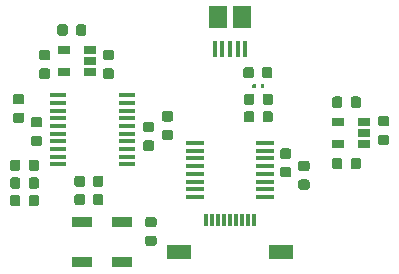
<source format=gbr>
G04 #@! TF.GenerationSoftware,KiCad,Pcbnew,(5.1.5-0-10_14)*
G04 #@! TF.CreationDate,2020-08-22T00:12:21-07:00*
G04 #@! TF.ProjectId,Sense_board,57726973-745f-4536-956e-73655f626f61,rev?*
G04 #@! TF.SameCoordinates,Original*
G04 #@! TF.FileFunction,Paste,Top*
G04 #@! TF.FilePolarity,Positive*
%FSLAX46Y46*%
G04 Gerber Fmt 4.6, Leading zero omitted, Abs format (unit mm)*
G04 Created by KiCad (PCBNEW (5.1.5-0-10_14)) date 2020-08-22 00:12:21*
%MOMM*%
%LPD*%
G04 APERTURE LIST*
%ADD10R,1.500000X0.450000*%
%ADD11R,1.450000X0.450000*%
%ADD12C,0.100000*%
%ADD13R,1.700000X0.900000*%
%ADD14R,1.060000X0.650000*%
%ADD15R,1.500000X1.900000*%
%ADD16R,0.400000X1.350000*%
%ADD17R,2.000000X1.300000*%
%ADD18R,0.300000X1.000000*%
G04 APERTURE END LIST*
D10*
X116050000Y-54425000D03*
X116050000Y-55075000D03*
X116050000Y-55725000D03*
X116050000Y-56375000D03*
X116050000Y-57025000D03*
X116050000Y-57675000D03*
X116050000Y-58325000D03*
X116050000Y-58975000D03*
X121950000Y-58975000D03*
X121950000Y-58325000D03*
X121950000Y-57675000D03*
X121950000Y-57025000D03*
X121950000Y-56375000D03*
X121950000Y-55725000D03*
X121950000Y-55075000D03*
X121950000Y-54425000D03*
D11*
X110300000Y-50375000D03*
X110300000Y-51025000D03*
X110300000Y-51675000D03*
X110300000Y-52325000D03*
X110300000Y-52975000D03*
X110300000Y-53625000D03*
X110300000Y-54275000D03*
X110300000Y-54925000D03*
X110300000Y-55575000D03*
X110300000Y-56225000D03*
X104400000Y-56225000D03*
X104400000Y-55575000D03*
X104400000Y-54925000D03*
X104400000Y-54275000D03*
X104400000Y-53625000D03*
X104400000Y-52975000D03*
X104400000Y-52325000D03*
X104400000Y-51675000D03*
X104400000Y-51025000D03*
X104400000Y-50375000D03*
D12*
G36*
X113977691Y-51726053D02*
G01*
X113998926Y-51729203D01*
X114019750Y-51734419D01*
X114039962Y-51741651D01*
X114059368Y-51750830D01*
X114077781Y-51761866D01*
X114095024Y-51774654D01*
X114110930Y-51789070D01*
X114125346Y-51804976D01*
X114138134Y-51822219D01*
X114149170Y-51840632D01*
X114158349Y-51860038D01*
X114165581Y-51880250D01*
X114170797Y-51901074D01*
X114173947Y-51922309D01*
X114175000Y-51943750D01*
X114175000Y-52381250D01*
X114173947Y-52402691D01*
X114170797Y-52423926D01*
X114165581Y-52444750D01*
X114158349Y-52464962D01*
X114149170Y-52484368D01*
X114138134Y-52502781D01*
X114125346Y-52520024D01*
X114110930Y-52535930D01*
X114095024Y-52550346D01*
X114077781Y-52563134D01*
X114059368Y-52574170D01*
X114039962Y-52583349D01*
X114019750Y-52590581D01*
X113998926Y-52595797D01*
X113977691Y-52598947D01*
X113956250Y-52600000D01*
X113443750Y-52600000D01*
X113422309Y-52598947D01*
X113401074Y-52595797D01*
X113380250Y-52590581D01*
X113360038Y-52583349D01*
X113340632Y-52574170D01*
X113322219Y-52563134D01*
X113304976Y-52550346D01*
X113289070Y-52535930D01*
X113274654Y-52520024D01*
X113261866Y-52502781D01*
X113250830Y-52484368D01*
X113241651Y-52464962D01*
X113234419Y-52444750D01*
X113229203Y-52423926D01*
X113226053Y-52402691D01*
X113225000Y-52381250D01*
X113225000Y-51943750D01*
X113226053Y-51922309D01*
X113229203Y-51901074D01*
X113234419Y-51880250D01*
X113241651Y-51860038D01*
X113250830Y-51840632D01*
X113261866Y-51822219D01*
X113274654Y-51804976D01*
X113289070Y-51789070D01*
X113304976Y-51774654D01*
X113322219Y-51761866D01*
X113340632Y-51750830D01*
X113360038Y-51741651D01*
X113380250Y-51734419D01*
X113401074Y-51729203D01*
X113422309Y-51726053D01*
X113443750Y-51725000D01*
X113956250Y-51725000D01*
X113977691Y-51726053D01*
G37*
G36*
X113977691Y-53301053D02*
G01*
X113998926Y-53304203D01*
X114019750Y-53309419D01*
X114039962Y-53316651D01*
X114059368Y-53325830D01*
X114077781Y-53336866D01*
X114095024Y-53349654D01*
X114110930Y-53364070D01*
X114125346Y-53379976D01*
X114138134Y-53397219D01*
X114149170Y-53415632D01*
X114158349Y-53435038D01*
X114165581Y-53455250D01*
X114170797Y-53476074D01*
X114173947Y-53497309D01*
X114175000Y-53518750D01*
X114175000Y-53956250D01*
X114173947Y-53977691D01*
X114170797Y-53998926D01*
X114165581Y-54019750D01*
X114158349Y-54039962D01*
X114149170Y-54059368D01*
X114138134Y-54077781D01*
X114125346Y-54095024D01*
X114110930Y-54110930D01*
X114095024Y-54125346D01*
X114077781Y-54138134D01*
X114059368Y-54149170D01*
X114039962Y-54158349D01*
X114019750Y-54165581D01*
X113998926Y-54170797D01*
X113977691Y-54173947D01*
X113956250Y-54175000D01*
X113443750Y-54175000D01*
X113422309Y-54173947D01*
X113401074Y-54170797D01*
X113380250Y-54165581D01*
X113360038Y-54158349D01*
X113340632Y-54149170D01*
X113322219Y-54138134D01*
X113304976Y-54125346D01*
X113289070Y-54110930D01*
X113274654Y-54095024D01*
X113261866Y-54077781D01*
X113250830Y-54059368D01*
X113241651Y-54039962D01*
X113234419Y-54019750D01*
X113229203Y-53998926D01*
X113226053Y-53977691D01*
X113225000Y-53956250D01*
X113225000Y-53518750D01*
X113226053Y-53497309D01*
X113229203Y-53476074D01*
X113234419Y-53455250D01*
X113241651Y-53435038D01*
X113250830Y-53415632D01*
X113261866Y-53397219D01*
X113274654Y-53379976D01*
X113289070Y-53364070D01*
X113304976Y-53349654D01*
X113322219Y-53336866D01*
X113340632Y-53325830D01*
X113360038Y-53316651D01*
X113380250Y-53309419D01*
X113401074Y-53304203D01*
X113422309Y-53301053D01*
X113443750Y-53300000D01*
X113956250Y-53300000D01*
X113977691Y-53301053D01*
G37*
G36*
X101377691Y-50276053D02*
G01*
X101398926Y-50279203D01*
X101419750Y-50284419D01*
X101439962Y-50291651D01*
X101459368Y-50300830D01*
X101477781Y-50311866D01*
X101495024Y-50324654D01*
X101510930Y-50339070D01*
X101525346Y-50354976D01*
X101538134Y-50372219D01*
X101549170Y-50390632D01*
X101558349Y-50410038D01*
X101565581Y-50430250D01*
X101570797Y-50451074D01*
X101573947Y-50472309D01*
X101575000Y-50493750D01*
X101575000Y-50931250D01*
X101573947Y-50952691D01*
X101570797Y-50973926D01*
X101565581Y-50994750D01*
X101558349Y-51014962D01*
X101549170Y-51034368D01*
X101538134Y-51052781D01*
X101525346Y-51070024D01*
X101510930Y-51085930D01*
X101495024Y-51100346D01*
X101477781Y-51113134D01*
X101459368Y-51124170D01*
X101439962Y-51133349D01*
X101419750Y-51140581D01*
X101398926Y-51145797D01*
X101377691Y-51148947D01*
X101356250Y-51150000D01*
X100843750Y-51150000D01*
X100822309Y-51148947D01*
X100801074Y-51145797D01*
X100780250Y-51140581D01*
X100760038Y-51133349D01*
X100740632Y-51124170D01*
X100722219Y-51113134D01*
X100704976Y-51100346D01*
X100689070Y-51085930D01*
X100674654Y-51070024D01*
X100661866Y-51052781D01*
X100650830Y-51034368D01*
X100641651Y-51014962D01*
X100634419Y-50994750D01*
X100629203Y-50973926D01*
X100626053Y-50952691D01*
X100625000Y-50931250D01*
X100625000Y-50493750D01*
X100626053Y-50472309D01*
X100629203Y-50451074D01*
X100634419Y-50430250D01*
X100641651Y-50410038D01*
X100650830Y-50390632D01*
X100661866Y-50372219D01*
X100674654Y-50354976D01*
X100689070Y-50339070D01*
X100704976Y-50324654D01*
X100722219Y-50311866D01*
X100740632Y-50300830D01*
X100760038Y-50291651D01*
X100780250Y-50284419D01*
X100801074Y-50279203D01*
X100822309Y-50276053D01*
X100843750Y-50275000D01*
X101356250Y-50275000D01*
X101377691Y-50276053D01*
G37*
G36*
X101377691Y-51851053D02*
G01*
X101398926Y-51854203D01*
X101419750Y-51859419D01*
X101439962Y-51866651D01*
X101459368Y-51875830D01*
X101477781Y-51886866D01*
X101495024Y-51899654D01*
X101510930Y-51914070D01*
X101525346Y-51929976D01*
X101538134Y-51947219D01*
X101549170Y-51965632D01*
X101558349Y-51985038D01*
X101565581Y-52005250D01*
X101570797Y-52026074D01*
X101573947Y-52047309D01*
X101575000Y-52068750D01*
X101575000Y-52506250D01*
X101573947Y-52527691D01*
X101570797Y-52548926D01*
X101565581Y-52569750D01*
X101558349Y-52589962D01*
X101549170Y-52609368D01*
X101538134Y-52627781D01*
X101525346Y-52645024D01*
X101510930Y-52660930D01*
X101495024Y-52675346D01*
X101477781Y-52688134D01*
X101459368Y-52699170D01*
X101439962Y-52708349D01*
X101419750Y-52715581D01*
X101398926Y-52720797D01*
X101377691Y-52723947D01*
X101356250Y-52725000D01*
X100843750Y-52725000D01*
X100822309Y-52723947D01*
X100801074Y-52720797D01*
X100780250Y-52715581D01*
X100760038Y-52708349D01*
X100740632Y-52699170D01*
X100722219Y-52688134D01*
X100704976Y-52675346D01*
X100689070Y-52660930D01*
X100674654Y-52645024D01*
X100661866Y-52627781D01*
X100650830Y-52609368D01*
X100641651Y-52589962D01*
X100634419Y-52569750D01*
X100629203Y-52548926D01*
X100626053Y-52527691D01*
X100625000Y-52506250D01*
X100625000Y-52068750D01*
X100626053Y-52047309D01*
X100629203Y-52026074D01*
X100634419Y-52005250D01*
X100641651Y-51985038D01*
X100650830Y-51965632D01*
X100661866Y-51947219D01*
X100674654Y-51929976D01*
X100689070Y-51914070D01*
X100704976Y-51899654D01*
X100722219Y-51886866D01*
X100740632Y-51875830D01*
X100760038Y-51866651D01*
X100780250Y-51859419D01*
X100801074Y-51854203D01*
X100822309Y-51851053D01*
X100843750Y-51850000D01*
X101356250Y-51850000D01*
X101377691Y-51851053D01*
G37*
G36*
X120802691Y-47976053D02*
G01*
X120823926Y-47979203D01*
X120844750Y-47984419D01*
X120864962Y-47991651D01*
X120884368Y-48000830D01*
X120902781Y-48011866D01*
X120920024Y-48024654D01*
X120935930Y-48039070D01*
X120950346Y-48054976D01*
X120963134Y-48072219D01*
X120974170Y-48090632D01*
X120983349Y-48110038D01*
X120990581Y-48130250D01*
X120995797Y-48151074D01*
X120998947Y-48172309D01*
X121000000Y-48193750D01*
X121000000Y-48706250D01*
X120998947Y-48727691D01*
X120995797Y-48748926D01*
X120990581Y-48769750D01*
X120983349Y-48789962D01*
X120974170Y-48809368D01*
X120963134Y-48827781D01*
X120950346Y-48845024D01*
X120935930Y-48860930D01*
X120920024Y-48875346D01*
X120902781Y-48888134D01*
X120884368Y-48899170D01*
X120864962Y-48908349D01*
X120844750Y-48915581D01*
X120823926Y-48920797D01*
X120802691Y-48923947D01*
X120781250Y-48925000D01*
X120343750Y-48925000D01*
X120322309Y-48923947D01*
X120301074Y-48920797D01*
X120280250Y-48915581D01*
X120260038Y-48908349D01*
X120240632Y-48899170D01*
X120222219Y-48888134D01*
X120204976Y-48875346D01*
X120189070Y-48860930D01*
X120174654Y-48845024D01*
X120161866Y-48827781D01*
X120150830Y-48809368D01*
X120141651Y-48789962D01*
X120134419Y-48769750D01*
X120129203Y-48748926D01*
X120126053Y-48727691D01*
X120125000Y-48706250D01*
X120125000Y-48193750D01*
X120126053Y-48172309D01*
X120129203Y-48151074D01*
X120134419Y-48130250D01*
X120141651Y-48110038D01*
X120150830Y-48090632D01*
X120161866Y-48072219D01*
X120174654Y-48054976D01*
X120189070Y-48039070D01*
X120204976Y-48024654D01*
X120222219Y-48011866D01*
X120240632Y-48000830D01*
X120260038Y-47991651D01*
X120280250Y-47984419D01*
X120301074Y-47979203D01*
X120322309Y-47976053D01*
X120343750Y-47975000D01*
X120781250Y-47975000D01*
X120802691Y-47976053D01*
G37*
G36*
X122377691Y-47976053D02*
G01*
X122398926Y-47979203D01*
X122419750Y-47984419D01*
X122439962Y-47991651D01*
X122459368Y-48000830D01*
X122477781Y-48011866D01*
X122495024Y-48024654D01*
X122510930Y-48039070D01*
X122525346Y-48054976D01*
X122538134Y-48072219D01*
X122549170Y-48090632D01*
X122558349Y-48110038D01*
X122565581Y-48130250D01*
X122570797Y-48151074D01*
X122573947Y-48172309D01*
X122575000Y-48193750D01*
X122575000Y-48706250D01*
X122573947Y-48727691D01*
X122570797Y-48748926D01*
X122565581Y-48769750D01*
X122558349Y-48789962D01*
X122549170Y-48809368D01*
X122538134Y-48827781D01*
X122525346Y-48845024D01*
X122510930Y-48860930D01*
X122495024Y-48875346D01*
X122477781Y-48888134D01*
X122459368Y-48899170D01*
X122439962Y-48908349D01*
X122419750Y-48915581D01*
X122398926Y-48920797D01*
X122377691Y-48923947D01*
X122356250Y-48925000D01*
X121918750Y-48925000D01*
X121897309Y-48923947D01*
X121876074Y-48920797D01*
X121855250Y-48915581D01*
X121835038Y-48908349D01*
X121815632Y-48899170D01*
X121797219Y-48888134D01*
X121779976Y-48875346D01*
X121764070Y-48860930D01*
X121749654Y-48845024D01*
X121736866Y-48827781D01*
X121725830Y-48809368D01*
X121716651Y-48789962D01*
X121709419Y-48769750D01*
X121704203Y-48748926D01*
X121701053Y-48727691D01*
X121700000Y-48706250D01*
X121700000Y-48193750D01*
X121701053Y-48172309D01*
X121704203Y-48151074D01*
X121709419Y-48130250D01*
X121716651Y-48110038D01*
X121725830Y-48090632D01*
X121736866Y-48072219D01*
X121749654Y-48054976D01*
X121764070Y-48039070D01*
X121779976Y-48024654D01*
X121797219Y-48011866D01*
X121815632Y-48000830D01*
X121835038Y-47991651D01*
X121855250Y-47984419D01*
X121876074Y-47979203D01*
X121897309Y-47976053D01*
X121918750Y-47975000D01*
X122356250Y-47975000D01*
X122377691Y-47976053D01*
G37*
G36*
X112377691Y-52626053D02*
G01*
X112398926Y-52629203D01*
X112419750Y-52634419D01*
X112439962Y-52641651D01*
X112459368Y-52650830D01*
X112477781Y-52661866D01*
X112495024Y-52674654D01*
X112510930Y-52689070D01*
X112525346Y-52704976D01*
X112538134Y-52722219D01*
X112549170Y-52740632D01*
X112558349Y-52760038D01*
X112565581Y-52780250D01*
X112570797Y-52801074D01*
X112573947Y-52822309D01*
X112575000Y-52843750D01*
X112575000Y-53281250D01*
X112573947Y-53302691D01*
X112570797Y-53323926D01*
X112565581Y-53344750D01*
X112558349Y-53364962D01*
X112549170Y-53384368D01*
X112538134Y-53402781D01*
X112525346Y-53420024D01*
X112510930Y-53435930D01*
X112495024Y-53450346D01*
X112477781Y-53463134D01*
X112459368Y-53474170D01*
X112439962Y-53483349D01*
X112419750Y-53490581D01*
X112398926Y-53495797D01*
X112377691Y-53498947D01*
X112356250Y-53500000D01*
X111843750Y-53500000D01*
X111822309Y-53498947D01*
X111801074Y-53495797D01*
X111780250Y-53490581D01*
X111760038Y-53483349D01*
X111740632Y-53474170D01*
X111722219Y-53463134D01*
X111704976Y-53450346D01*
X111689070Y-53435930D01*
X111674654Y-53420024D01*
X111661866Y-53402781D01*
X111650830Y-53384368D01*
X111641651Y-53364962D01*
X111634419Y-53344750D01*
X111629203Y-53323926D01*
X111626053Y-53302691D01*
X111625000Y-53281250D01*
X111625000Y-52843750D01*
X111626053Y-52822309D01*
X111629203Y-52801074D01*
X111634419Y-52780250D01*
X111641651Y-52760038D01*
X111650830Y-52740632D01*
X111661866Y-52722219D01*
X111674654Y-52704976D01*
X111689070Y-52689070D01*
X111704976Y-52674654D01*
X111722219Y-52661866D01*
X111740632Y-52650830D01*
X111760038Y-52641651D01*
X111780250Y-52634419D01*
X111801074Y-52629203D01*
X111822309Y-52626053D01*
X111843750Y-52625000D01*
X112356250Y-52625000D01*
X112377691Y-52626053D01*
G37*
G36*
X112377691Y-54201053D02*
G01*
X112398926Y-54204203D01*
X112419750Y-54209419D01*
X112439962Y-54216651D01*
X112459368Y-54225830D01*
X112477781Y-54236866D01*
X112495024Y-54249654D01*
X112510930Y-54264070D01*
X112525346Y-54279976D01*
X112538134Y-54297219D01*
X112549170Y-54315632D01*
X112558349Y-54335038D01*
X112565581Y-54355250D01*
X112570797Y-54376074D01*
X112573947Y-54397309D01*
X112575000Y-54418750D01*
X112575000Y-54856250D01*
X112573947Y-54877691D01*
X112570797Y-54898926D01*
X112565581Y-54919750D01*
X112558349Y-54939962D01*
X112549170Y-54959368D01*
X112538134Y-54977781D01*
X112525346Y-54995024D01*
X112510930Y-55010930D01*
X112495024Y-55025346D01*
X112477781Y-55038134D01*
X112459368Y-55049170D01*
X112439962Y-55058349D01*
X112419750Y-55065581D01*
X112398926Y-55070797D01*
X112377691Y-55073947D01*
X112356250Y-55075000D01*
X111843750Y-55075000D01*
X111822309Y-55073947D01*
X111801074Y-55070797D01*
X111780250Y-55065581D01*
X111760038Y-55058349D01*
X111740632Y-55049170D01*
X111722219Y-55038134D01*
X111704976Y-55025346D01*
X111689070Y-55010930D01*
X111674654Y-54995024D01*
X111661866Y-54977781D01*
X111650830Y-54959368D01*
X111641651Y-54939962D01*
X111634419Y-54919750D01*
X111629203Y-54898926D01*
X111626053Y-54877691D01*
X111625000Y-54856250D01*
X111625000Y-54418750D01*
X111626053Y-54397309D01*
X111629203Y-54376074D01*
X111634419Y-54355250D01*
X111641651Y-54335038D01*
X111650830Y-54315632D01*
X111661866Y-54297219D01*
X111674654Y-54279976D01*
X111689070Y-54264070D01*
X111704976Y-54249654D01*
X111722219Y-54236866D01*
X111740632Y-54225830D01*
X111760038Y-54216651D01*
X111780250Y-54209419D01*
X111801074Y-54204203D01*
X111822309Y-54201053D01*
X111843750Y-54200000D01*
X112356250Y-54200000D01*
X112377691Y-54201053D01*
G37*
G36*
X102877691Y-52226053D02*
G01*
X102898926Y-52229203D01*
X102919750Y-52234419D01*
X102939962Y-52241651D01*
X102959368Y-52250830D01*
X102977781Y-52261866D01*
X102995024Y-52274654D01*
X103010930Y-52289070D01*
X103025346Y-52304976D01*
X103038134Y-52322219D01*
X103049170Y-52340632D01*
X103058349Y-52360038D01*
X103065581Y-52380250D01*
X103070797Y-52401074D01*
X103073947Y-52422309D01*
X103075000Y-52443750D01*
X103075000Y-52881250D01*
X103073947Y-52902691D01*
X103070797Y-52923926D01*
X103065581Y-52944750D01*
X103058349Y-52964962D01*
X103049170Y-52984368D01*
X103038134Y-53002781D01*
X103025346Y-53020024D01*
X103010930Y-53035930D01*
X102995024Y-53050346D01*
X102977781Y-53063134D01*
X102959368Y-53074170D01*
X102939962Y-53083349D01*
X102919750Y-53090581D01*
X102898926Y-53095797D01*
X102877691Y-53098947D01*
X102856250Y-53100000D01*
X102343750Y-53100000D01*
X102322309Y-53098947D01*
X102301074Y-53095797D01*
X102280250Y-53090581D01*
X102260038Y-53083349D01*
X102240632Y-53074170D01*
X102222219Y-53063134D01*
X102204976Y-53050346D01*
X102189070Y-53035930D01*
X102174654Y-53020024D01*
X102161866Y-53002781D01*
X102150830Y-52984368D01*
X102141651Y-52964962D01*
X102134419Y-52944750D01*
X102129203Y-52923926D01*
X102126053Y-52902691D01*
X102125000Y-52881250D01*
X102125000Y-52443750D01*
X102126053Y-52422309D01*
X102129203Y-52401074D01*
X102134419Y-52380250D01*
X102141651Y-52360038D01*
X102150830Y-52340632D01*
X102161866Y-52322219D01*
X102174654Y-52304976D01*
X102189070Y-52289070D01*
X102204976Y-52274654D01*
X102222219Y-52261866D01*
X102240632Y-52250830D01*
X102260038Y-52241651D01*
X102280250Y-52234419D01*
X102301074Y-52229203D01*
X102322309Y-52226053D01*
X102343750Y-52225000D01*
X102856250Y-52225000D01*
X102877691Y-52226053D01*
G37*
G36*
X102877691Y-53801053D02*
G01*
X102898926Y-53804203D01*
X102919750Y-53809419D01*
X102939962Y-53816651D01*
X102959368Y-53825830D01*
X102977781Y-53836866D01*
X102995024Y-53849654D01*
X103010930Y-53864070D01*
X103025346Y-53879976D01*
X103038134Y-53897219D01*
X103049170Y-53915632D01*
X103058349Y-53935038D01*
X103065581Y-53955250D01*
X103070797Y-53976074D01*
X103073947Y-53997309D01*
X103075000Y-54018750D01*
X103075000Y-54456250D01*
X103073947Y-54477691D01*
X103070797Y-54498926D01*
X103065581Y-54519750D01*
X103058349Y-54539962D01*
X103049170Y-54559368D01*
X103038134Y-54577781D01*
X103025346Y-54595024D01*
X103010930Y-54610930D01*
X102995024Y-54625346D01*
X102977781Y-54638134D01*
X102959368Y-54649170D01*
X102939962Y-54658349D01*
X102919750Y-54665581D01*
X102898926Y-54670797D01*
X102877691Y-54673947D01*
X102856250Y-54675000D01*
X102343750Y-54675000D01*
X102322309Y-54673947D01*
X102301074Y-54670797D01*
X102280250Y-54665581D01*
X102260038Y-54658349D01*
X102240632Y-54649170D01*
X102222219Y-54638134D01*
X102204976Y-54625346D01*
X102189070Y-54610930D01*
X102174654Y-54595024D01*
X102161866Y-54577781D01*
X102150830Y-54559368D01*
X102141651Y-54539962D01*
X102134419Y-54519750D01*
X102129203Y-54498926D01*
X102126053Y-54477691D01*
X102125000Y-54456250D01*
X102125000Y-54018750D01*
X102126053Y-53997309D01*
X102129203Y-53976074D01*
X102134419Y-53955250D01*
X102141651Y-53935038D01*
X102150830Y-53915632D01*
X102161866Y-53897219D01*
X102174654Y-53879976D01*
X102189070Y-53864070D01*
X102204976Y-53849654D01*
X102222219Y-53836866D01*
X102240632Y-53825830D01*
X102260038Y-53816651D01*
X102280250Y-53809419D01*
X102301074Y-53804203D01*
X102322309Y-53801053D01*
X102343750Y-53800000D01*
X102856250Y-53800000D01*
X102877691Y-53801053D01*
G37*
G36*
X122427691Y-50226053D02*
G01*
X122448926Y-50229203D01*
X122469750Y-50234419D01*
X122489962Y-50241651D01*
X122509368Y-50250830D01*
X122527781Y-50261866D01*
X122545024Y-50274654D01*
X122560930Y-50289070D01*
X122575346Y-50304976D01*
X122588134Y-50322219D01*
X122599170Y-50340632D01*
X122608349Y-50360038D01*
X122615581Y-50380250D01*
X122620797Y-50401074D01*
X122623947Y-50422309D01*
X122625000Y-50443750D01*
X122625000Y-50956250D01*
X122623947Y-50977691D01*
X122620797Y-50998926D01*
X122615581Y-51019750D01*
X122608349Y-51039962D01*
X122599170Y-51059368D01*
X122588134Y-51077781D01*
X122575346Y-51095024D01*
X122560930Y-51110930D01*
X122545024Y-51125346D01*
X122527781Y-51138134D01*
X122509368Y-51149170D01*
X122489962Y-51158349D01*
X122469750Y-51165581D01*
X122448926Y-51170797D01*
X122427691Y-51173947D01*
X122406250Y-51175000D01*
X121968750Y-51175000D01*
X121947309Y-51173947D01*
X121926074Y-51170797D01*
X121905250Y-51165581D01*
X121885038Y-51158349D01*
X121865632Y-51149170D01*
X121847219Y-51138134D01*
X121829976Y-51125346D01*
X121814070Y-51110930D01*
X121799654Y-51095024D01*
X121786866Y-51077781D01*
X121775830Y-51059368D01*
X121766651Y-51039962D01*
X121759419Y-51019750D01*
X121754203Y-50998926D01*
X121751053Y-50977691D01*
X121750000Y-50956250D01*
X121750000Y-50443750D01*
X121751053Y-50422309D01*
X121754203Y-50401074D01*
X121759419Y-50380250D01*
X121766651Y-50360038D01*
X121775830Y-50340632D01*
X121786866Y-50322219D01*
X121799654Y-50304976D01*
X121814070Y-50289070D01*
X121829976Y-50274654D01*
X121847219Y-50261866D01*
X121865632Y-50250830D01*
X121885038Y-50241651D01*
X121905250Y-50234419D01*
X121926074Y-50229203D01*
X121947309Y-50226053D01*
X121968750Y-50225000D01*
X122406250Y-50225000D01*
X122427691Y-50226053D01*
G37*
G36*
X120852691Y-50226053D02*
G01*
X120873926Y-50229203D01*
X120894750Y-50234419D01*
X120914962Y-50241651D01*
X120934368Y-50250830D01*
X120952781Y-50261866D01*
X120970024Y-50274654D01*
X120985930Y-50289070D01*
X121000346Y-50304976D01*
X121013134Y-50322219D01*
X121024170Y-50340632D01*
X121033349Y-50360038D01*
X121040581Y-50380250D01*
X121045797Y-50401074D01*
X121048947Y-50422309D01*
X121050000Y-50443750D01*
X121050000Y-50956250D01*
X121048947Y-50977691D01*
X121045797Y-50998926D01*
X121040581Y-51019750D01*
X121033349Y-51039962D01*
X121024170Y-51059368D01*
X121013134Y-51077781D01*
X121000346Y-51095024D01*
X120985930Y-51110930D01*
X120970024Y-51125346D01*
X120952781Y-51138134D01*
X120934368Y-51149170D01*
X120914962Y-51158349D01*
X120894750Y-51165581D01*
X120873926Y-51170797D01*
X120852691Y-51173947D01*
X120831250Y-51175000D01*
X120393750Y-51175000D01*
X120372309Y-51173947D01*
X120351074Y-51170797D01*
X120330250Y-51165581D01*
X120310038Y-51158349D01*
X120290632Y-51149170D01*
X120272219Y-51138134D01*
X120254976Y-51125346D01*
X120239070Y-51110930D01*
X120224654Y-51095024D01*
X120211866Y-51077781D01*
X120200830Y-51059368D01*
X120191651Y-51039962D01*
X120184419Y-51019750D01*
X120179203Y-50998926D01*
X120176053Y-50977691D01*
X120175000Y-50956250D01*
X120175000Y-50443750D01*
X120176053Y-50422309D01*
X120179203Y-50401074D01*
X120184419Y-50380250D01*
X120191651Y-50360038D01*
X120200830Y-50340632D01*
X120211866Y-50322219D01*
X120224654Y-50304976D01*
X120239070Y-50289070D01*
X120254976Y-50274654D01*
X120272219Y-50261866D01*
X120290632Y-50250830D01*
X120310038Y-50241651D01*
X120330250Y-50234419D01*
X120351074Y-50229203D01*
X120372309Y-50226053D01*
X120393750Y-50225000D01*
X120831250Y-50225000D01*
X120852691Y-50226053D01*
G37*
G36*
X120852691Y-51726053D02*
G01*
X120873926Y-51729203D01*
X120894750Y-51734419D01*
X120914962Y-51741651D01*
X120934368Y-51750830D01*
X120952781Y-51761866D01*
X120970024Y-51774654D01*
X120985930Y-51789070D01*
X121000346Y-51804976D01*
X121013134Y-51822219D01*
X121024170Y-51840632D01*
X121033349Y-51860038D01*
X121040581Y-51880250D01*
X121045797Y-51901074D01*
X121048947Y-51922309D01*
X121050000Y-51943750D01*
X121050000Y-52456250D01*
X121048947Y-52477691D01*
X121045797Y-52498926D01*
X121040581Y-52519750D01*
X121033349Y-52539962D01*
X121024170Y-52559368D01*
X121013134Y-52577781D01*
X121000346Y-52595024D01*
X120985930Y-52610930D01*
X120970024Y-52625346D01*
X120952781Y-52638134D01*
X120934368Y-52649170D01*
X120914962Y-52658349D01*
X120894750Y-52665581D01*
X120873926Y-52670797D01*
X120852691Y-52673947D01*
X120831250Y-52675000D01*
X120393750Y-52675000D01*
X120372309Y-52673947D01*
X120351074Y-52670797D01*
X120330250Y-52665581D01*
X120310038Y-52658349D01*
X120290632Y-52649170D01*
X120272219Y-52638134D01*
X120254976Y-52625346D01*
X120239070Y-52610930D01*
X120224654Y-52595024D01*
X120211866Y-52577781D01*
X120200830Y-52559368D01*
X120191651Y-52539962D01*
X120184419Y-52519750D01*
X120179203Y-52498926D01*
X120176053Y-52477691D01*
X120175000Y-52456250D01*
X120175000Y-51943750D01*
X120176053Y-51922309D01*
X120179203Y-51901074D01*
X120184419Y-51880250D01*
X120191651Y-51860038D01*
X120200830Y-51840632D01*
X120211866Y-51822219D01*
X120224654Y-51804976D01*
X120239070Y-51789070D01*
X120254976Y-51774654D01*
X120272219Y-51761866D01*
X120290632Y-51750830D01*
X120310038Y-51741651D01*
X120330250Y-51734419D01*
X120351074Y-51729203D01*
X120372309Y-51726053D01*
X120393750Y-51725000D01*
X120831250Y-51725000D01*
X120852691Y-51726053D01*
G37*
G36*
X122427691Y-51726053D02*
G01*
X122448926Y-51729203D01*
X122469750Y-51734419D01*
X122489962Y-51741651D01*
X122509368Y-51750830D01*
X122527781Y-51761866D01*
X122545024Y-51774654D01*
X122560930Y-51789070D01*
X122575346Y-51804976D01*
X122588134Y-51822219D01*
X122599170Y-51840632D01*
X122608349Y-51860038D01*
X122615581Y-51880250D01*
X122620797Y-51901074D01*
X122623947Y-51922309D01*
X122625000Y-51943750D01*
X122625000Y-52456250D01*
X122623947Y-52477691D01*
X122620797Y-52498926D01*
X122615581Y-52519750D01*
X122608349Y-52539962D01*
X122599170Y-52559368D01*
X122588134Y-52577781D01*
X122575346Y-52595024D01*
X122560930Y-52610930D01*
X122545024Y-52625346D01*
X122527781Y-52638134D01*
X122509368Y-52649170D01*
X122489962Y-52658349D01*
X122469750Y-52665581D01*
X122448926Y-52670797D01*
X122427691Y-52673947D01*
X122406250Y-52675000D01*
X121968750Y-52675000D01*
X121947309Y-52673947D01*
X121926074Y-52670797D01*
X121905250Y-52665581D01*
X121885038Y-52658349D01*
X121865632Y-52649170D01*
X121847219Y-52638134D01*
X121829976Y-52625346D01*
X121814070Y-52610930D01*
X121799654Y-52595024D01*
X121786866Y-52577781D01*
X121775830Y-52559368D01*
X121766651Y-52539962D01*
X121759419Y-52519750D01*
X121754203Y-52498926D01*
X121751053Y-52477691D01*
X121750000Y-52456250D01*
X121750000Y-51943750D01*
X121751053Y-51922309D01*
X121754203Y-51901074D01*
X121759419Y-51880250D01*
X121766651Y-51860038D01*
X121775830Y-51840632D01*
X121786866Y-51822219D01*
X121799654Y-51804976D01*
X121814070Y-51789070D01*
X121829976Y-51774654D01*
X121847219Y-51761866D01*
X121865632Y-51750830D01*
X121885038Y-51741651D01*
X121905250Y-51734419D01*
X121926074Y-51729203D01*
X121947309Y-51726053D01*
X121968750Y-51725000D01*
X122406250Y-51725000D01*
X122427691Y-51726053D01*
G37*
G36*
X101052691Y-55826053D02*
G01*
X101073926Y-55829203D01*
X101094750Y-55834419D01*
X101114962Y-55841651D01*
X101134368Y-55850830D01*
X101152781Y-55861866D01*
X101170024Y-55874654D01*
X101185930Y-55889070D01*
X101200346Y-55904976D01*
X101213134Y-55922219D01*
X101224170Y-55940632D01*
X101233349Y-55960038D01*
X101240581Y-55980250D01*
X101245797Y-56001074D01*
X101248947Y-56022309D01*
X101250000Y-56043750D01*
X101250000Y-56556250D01*
X101248947Y-56577691D01*
X101245797Y-56598926D01*
X101240581Y-56619750D01*
X101233349Y-56639962D01*
X101224170Y-56659368D01*
X101213134Y-56677781D01*
X101200346Y-56695024D01*
X101185930Y-56710930D01*
X101170024Y-56725346D01*
X101152781Y-56738134D01*
X101134368Y-56749170D01*
X101114962Y-56758349D01*
X101094750Y-56765581D01*
X101073926Y-56770797D01*
X101052691Y-56773947D01*
X101031250Y-56775000D01*
X100593750Y-56775000D01*
X100572309Y-56773947D01*
X100551074Y-56770797D01*
X100530250Y-56765581D01*
X100510038Y-56758349D01*
X100490632Y-56749170D01*
X100472219Y-56738134D01*
X100454976Y-56725346D01*
X100439070Y-56710930D01*
X100424654Y-56695024D01*
X100411866Y-56677781D01*
X100400830Y-56659368D01*
X100391651Y-56639962D01*
X100384419Y-56619750D01*
X100379203Y-56598926D01*
X100376053Y-56577691D01*
X100375000Y-56556250D01*
X100375000Y-56043750D01*
X100376053Y-56022309D01*
X100379203Y-56001074D01*
X100384419Y-55980250D01*
X100391651Y-55960038D01*
X100400830Y-55940632D01*
X100411866Y-55922219D01*
X100424654Y-55904976D01*
X100439070Y-55889070D01*
X100454976Y-55874654D01*
X100472219Y-55861866D01*
X100490632Y-55850830D01*
X100510038Y-55841651D01*
X100530250Y-55834419D01*
X100551074Y-55829203D01*
X100572309Y-55826053D01*
X100593750Y-55825000D01*
X101031250Y-55825000D01*
X101052691Y-55826053D01*
G37*
G36*
X102627691Y-55826053D02*
G01*
X102648926Y-55829203D01*
X102669750Y-55834419D01*
X102689962Y-55841651D01*
X102709368Y-55850830D01*
X102727781Y-55861866D01*
X102745024Y-55874654D01*
X102760930Y-55889070D01*
X102775346Y-55904976D01*
X102788134Y-55922219D01*
X102799170Y-55940632D01*
X102808349Y-55960038D01*
X102815581Y-55980250D01*
X102820797Y-56001074D01*
X102823947Y-56022309D01*
X102825000Y-56043750D01*
X102825000Y-56556250D01*
X102823947Y-56577691D01*
X102820797Y-56598926D01*
X102815581Y-56619750D01*
X102808349Y-56639962D01*
X102799170Y-56659368D01*
X102788134Y-56677781D01*
X102775346Y-56695024D01*
X102760930Y-56710930D01*
X102745024Y-56725346D01*
X102727781Y-56738134D01*
X102709368Y-56749170D01*
X102689962Y-56758349D01*
X102669750Y-56765581D01*
X102648926Y-56770797D01*
X102627691Y-56773947D01*
X102606250Y-56775000D01*
X102168750Y-56775000D01*
X102147309Y-56773947D01*
X102126074Y-56770797D01*
X102105250Y-56765581D01*
X102085038Y-56758349D01*
X102065632Y-56749170D01*
X102047219Y-56738134D01*
X102029976Y-56725346D01*
X102014070Y-56710930D01*
X101999654Y-56695024D01*
X101986866Y-56677781D01*
X101975830Y-56659368D01*
X101966651Y-56639962D01*
X101959419Y-56619750D01*
X101954203Y-56598926D01*
X101951053Y-56577691D01*
X101950000Y-56556250D01*
X101950000Y-56043750D01*
X101951053Y-56022309D01*
X101954203Y-56001074D01*
X101959419Y-55980250D01*
X101966651Y-55960038D01*
X101975830Y-55940632D01*
X101986866Y-55922219D01*
X101999654Y-55904976D01*
X102014070Y-55889070D01*
X102029976Y-55874654D01*
X102047219Y-55861866D01*
X102065632Y-55850830D01*
X102085038Y-55841651D01*
X102105250Y-55834419D01*
X102126074Y-55829203D01*
X102147309Y-55826053D01*
X102168750Y-55825000D01*
X102606250Y-55825000D01*
X102627691Y-55826053D01*
G37*
G36*
X108977691Y-46526053D02*
G01*
X108998926Y-46529203D01*
X109019750Y-46534419D01*
X109039962Y-46541651D01*
X109059368Y-46550830D01*
X109077781Y-46561866D01*
X109095024Y-46574654D01*
X109110930Y-46589070D01*
X109125346Y-46604976D01*
X109138134Y-46622219D01*
X109149170Y-46640632D01*
X109158349Y-46660038D01*
X109165581Y-46680250D01*
X109170797Y-46701074D01*
X109173947Y-46722309D01*
X109175000Y-46743750D01*
X109175000Y-47181250D01*
X109173947Y-47202691D01*
X109170797Y-47223926D01*
X109165581Y-47244750D01*
X109158349Y-47264962D01*
X109149170Y-47284368D01*
X109138134Y-47302781D01*
X109125346Y-47320024D01*
X109110930Y-47335930D01*
X109095024Y-47350346D01*
X109077781Y-47363134D01*
X109059368Y-47374170D01*
X109039962Y-47383349D01*
X109019750Y-47390581D01*
X108998926Y-47395797D01*
X108977691Y-47398947D01*
X108956250Y-47400000D01*
X108443750Y-47400000D01*
X108422309Y-47398947D01*
X108401074Y-47395797D01*
X108380250Y-47390581D01*
X108360038Y-47383349D01*
X108340632Y-47374170D01*
X108322219Y-47363134D01*
X108304976Y-47350346D01*
X108289070Y-47335930D01*
X108274654Y-47320024D01*
X108261866Y-47302781D01*
X108250830Y-47284368D01*
X108241651Y-47264962D01*
X108234419Y-47244750D01*
X108229203Y-47223926D01*
X108226053Y-47202691D01*
X108225000Y-47181250D01*
X108225000Y-46743750D01*
X108226053Y-46722309D01*
X108229203Y-46701074D01*
X108234419Y-46680250D01*
X108241651Y-46660038D01*
X108250830Y-46640632D01*
X108261866Y-46622219D01*
X108274654Y-46604976D01*
X108289070Y-46589070D01*
X108304976Y-46574654D01*
X108322219Y-46561866D01*
X108340632Y-46550830D01*
X108360038Y-46541651D01*
X108380250Y-46534419D01*
X108401074Y-46529203D01*
X108422309Y-46526053D01*
X108443750Y-46525000D01*
X108956250Y-46525000D01*
X108977691Y-46526053D01*
G37*
G36*
X108977691Y-48101053D02*
G01*
X108998926Y-48104203D01*
X109019750Y-48109419D01*
X109039962Y-48116651D01*
X109059368Y-48125830D01*
X109077781Y-48136866D01*
X109095024Y-48149654D01*
X109110930Y-48164070D01*
X109125346Y-48179976D01*
X109138134Y-48197219D01*
X109149170Y-48215632D01*
X109158349Y-48235038D01*
X109165581Y-48255250D01*
X109170797Y-48276074D01*
X109173947Y-48297309D01*
X109175000Y-48318750D01*
X109175000Y-48756250D01*
X109173947Y-48777691D01*
X109170797Y-48798926D01*
X109165581Y-48819750D01*
X109158349Y-48839962D01*
X109149170Y-48859368D01*
X109138134Y-48877781D01*
X109125346Y-48895024D01*
X109110930Y-48910930D01*
X109095024Y-48925346D01*
X109077781Y-48938134D01*
X109059368Y-48949170D01*
X109039962Y-48958349D01*
X109019750Y-48965581D01*
X108998926Y-48970797D01*
X108977691Y-48973947D01*
X108956250Y-48975000D01*
X108443750Y-48975000D01*
X108422309Y-48973947D01*
X108401074Y-48970797D01*
X108380250Y-48965581D01*
X108360038Y-48958349D01*
X108340632Y-48949170D01*
X108322219Y-48938134D01*
X108304976Y-48925346D01*
X108289070Y-48910930D01*
X108274654Y-48895024D01*
X108261866Y-48877781D01*
X108250830Y-48859368D01*
X108241651Y-48839962D01*
X108234419Y-48819750D01*
X108229203Y-48798926D01*
X108226053Y-48777691D01*
X108225000Y-48756250D01*
X108225000Y-48318750D01*
X108226053Y-48297309D01*
X108229203Y-48276074D01*
X108234419Y-48255250D01*
X108241651Y-48235038D01*
X108250830Y-48215632D01*
X108261866Y-48197219D01*
X108274654Y-48179976D01*
X108289070Y-48164070D01*
X108304976Y-48149654D01*
X108322219Y-48136866D01*
X108340632Y-48125830D01*
X108360038Y-48116651D01*
X108380250Y-48109419D01*
X108401074Y-48104203D01*
X108422309Y-48101053D01*
X108443750Y-48100000D01*
X108956250Y-48100000D01*
X108977691Y-48101053D01*
G37*
G36*
X106627691Y-44376053D02*
G01*
X106648926Y-44379203D01*
X106669750Y-44384419D01*
X106689962Y-44391651D01*
X106709368Y-44400830D01*
X106727781Y-44411866D01*
X106745024Y-44424654D01*
X106760930Y-44439070D01*
X106775346Y-44454976D01*
X106788134Y-44472219D01*
X106799170Y-44490632D01*
X106808349Y-44510038D01*
X106815581Y-44530250D01*
X106820797Y-44551074D01*
X106823947Y-44572309D01*
X106825000Y-44593750D01*
X106825000Y-45106250D01*
X106823947Y-45127691D01*
X106820797Y-45148926D01*
X106815581Y-45169750D01*
X106808349Y-45189962D01*
X106799170Y-45209368D01*
X106788134Y-45227781D01*
X106775346Y-45245024D01*
X106760930Y-45260930D01*
X106745024Y-45275346D01*
X106727781Y-45288134D01*
X106709368Y-45299170D01*
X106689962Y-45308349D01*
X106669750Y-45315581D01*
X106648926Y-45320797D01*
X106627691Y-45323947D01*
X106606250Y-45325000D01*
X106168750Y-45325000D01*
X106147309Y-45323947D01*
X106126074Y-45320797D01*
X106105250Y-45315581D01*
X106085038Y-45308349D01*
X106065632Y-45299170D01*
X106047219Y-45288134D01*
X106029976Y-45275346D01*
X106014070Y-45260930D01*
X105999654Y-45245024D01*
X105986866Y-45227781D01*
X105975830Y-45209368D01*
X105966651Y-45189962D01*
X105959419Y-45169750D01*
X105954203Y-45148926D01*
X105951053Y-45127691D01*
X105950000Y-45106250D01*
X105950000Y-44593750D01*
X105951053Y-44572309D01*
X105954203Y-44551074D01*
X105959419Y-44530250D01*
X105966651Y-44510038D01*
X105975830Y-44490632D01*
X105986866Y-44472219D01*
X105999654Y-44454976D01*
X106014070Y-44439070D01*
X106029976Y-44424654D01*
X106047219Y-44411866D01*
X106065632Y-44400830D01*
X106085038Y-44391651D01*
X106105250Y-44384419D01*
X106126074Y-44379203D01*
X106147309Y-44376053D01*
X106168750Y-44375000D01*
X106606250Y-44375000D01*
X106627691Y-44376053D01*
G37*
G36*
X105052691Y-44376053D02*
G01*
X105073926Y-44379203D01*
X105094750Y-44384419D01*
X105114962Y-44391651D01*
X105134368Y-44400830D01*
X105152781Y-44411866D01*
X105170024Y-44424654D01*
X105185930Y-44439070D01*
X105200346Y-44454976D01*
X105213134Y-44472219D01*
X105224170Y-44490632D01*
X105233349Y-44510038D01*
X105240581Y-44530250D01*
X105245797Y-44551074D01*
X105248947Y-44572309D01*
X105250000Y-44593750D01*
X105250000Y-45106250D01*
X105248947Y-45127691D01*
X105245797Y-45148926D01*
X105240581Y-45169750D01*
X105233349Y-45189962D01*
X105224170Y-45209368D01*
X105213134Y-45227781D01*
X105200346Y-45245024D01*
X105185930Y-45260930D01*
X105170024Y-45275346D01*
X105152781Y-45288134D01*
X105134368Y-45299170D01*
X105114962Y-45308349D01*
X105094750Y-45315581D01*
X105073926Y-45320797D01*
X105052691Y-45323947D01*
X105031250Y-45325000D01*
X104593750Y-45325000D01*
X104572309Y-45323947D01*
X104551074Y-45320797D01*
X104530250Y-45315581D01*
X104510038Y-45308349D01*
X104490632Y-45299170D01*
X104472219Y-45288134D01*
X104454976Y-45275346D01*
X104439070Y-45260930D01*
X104424654Y-45245024D01*
X104411866Y-45227781D01*
X104400830Y-45209368D01*
X104391651Y-45189962D01*
X104384419Y-45169750D01*
X104379203Y-45148926D01*
X104376053Y-45127691D01*
X104375000Y-45106250D01*
X104375000Y-44593750D01*
X104376053Y-44572309D01*
X104379203Y-44551074D01*
X104384419Y-44530250D01*
X104391651Y-44510038D01*
X104400830Y-44490632D01*
X104411866Y-44472219D01*
X104424654Y-44454976D01*
X104439070Y-44439070D01*
X104454976Y-44424654D01*
X104472219Y-44411866D01*
X104490632Y-44400830D01*
X104510038Y-44391651D01*
X104530250Y-44384419D01*
X104551074Y-44379203D01*
X104572309Y-44376053D01*
X104593750Y-44375000D01*
X105031250Y-44375000D01*
X105052691Y-44376053D01*
G37*
G36*
X103577691Y-48101053D02*
G01*
X103598926Y-48104203D01*
X103619750Y-48109419D01*
X103639962Y-48116651D01*
X103659368Y-48125830D01*
X103677781Y-48136866D01*
X103695024Y-48149654D01*
X103710930Y-48164070D01*
X103725346Y-48179976D01*
X103738134Y-48197219D01*
X103749170Y-48215632D01*
X103758349Y-48235038D01*
X103765581Y-48255250D01*
X103770797Y-48276074D01*
X103773947Y-48297309D01*
X103775000Y-48318750D01*
X103775000Y-48756250D01*
X103773947Y-48777691D01*
X103770797Y-48798926D01*
X103765581Y-48819750D01*
X103758349Y-48839962D01*
X103749170Y-48859368D01*
X103738134Y-48877781D01*
X103725346Y-48895024D01*
X103710930Y-48910930D01*
X103695024Y-48925346D01*
X103677781Y-48938134D01*
X103659368Y-48949170D01*
X103639962Y-48958349D01*
X103619750Y-48965581D01*
X103598926Y-48970797D01*
X103577691Y-48973947D01*
X103556250Y-48975000D01*
X103043750Y-48975000D01*
X103022309Y-48973947D01*
X103001074Y-48970797D01*
X102980250Y-48965581D01*
X102960038Y-48958349D01*
X102940632Y-48949170D01*
X102922219Y-48938134D01*
X102904976Y-48925346D01*
X102889070Y-48910930D01*
X102874654Y-48895024D01*
X102861866Y-48877781D01*
X102850830Y-48859368D01*
X102841651Y-48839962D01*
X102834419Y-48819750D01*
X102829203Y-48798926D01*
X102826053Y-48777691D01*
X102825000Y-48756250D01*
X102825000Y-48318750D01*
X102826053Y-48297309D01*
X102829203Y-48276074D01*
X102834419Y-48255250D01*
X102841651Y-48235038D01*
X102850830Y-48215632D01*
X102861866Y-48197219D01*
X102874654Y-48179976D01*
X102889070Y-48164070D01*
X102904976Y-48149654D01*
X102922219Y-48136866D01*
X102940632Y-48125830D01*
X102960038Y-48116651D01*
X102980250Y-48109419D01*
X103001074Y-48104203D01*
X103022309Y-48101053D01*
X103043750Y-48100000D01*
X103556250Y-48100000D01*
X103577691Y-48101053D01*
G37*
G36*
X103577691Y-46526053D02*
G01*
X103598926Y-46529203D01*
X103619750Y-46534419D01*
X103639962Y-46541651D01*
X103659368Y-46550830D01*
X103677781Y-46561866D01*
X103695024Y-46574654D01*
X103710930Y-46589070D01*
X103725346Y-46604976D01*
X103738134Y-46622219D01*
X103749170Y-46640632D01*
X103758349Y-46660038D01*
X103765581Y-46680250D01*
X103770797Y-46701074D01*
X103773947Y-46722309D01*
X103775000Y-46743750D01*
X103775000Y-47181250D01*
X103773947Y-47202691D01*
X103770797Y-47223926D01*
X103765581Y-47244750D01*
X103758349Y-47264962D01*
X103749170Y-47284368D01*
X103738134Y-47302781D01*
X103725346Y-47320024D01*
X103710930Y-47335930D01*
X103695024Y-47350346D01*
X103677781Y-47363134D01*
X103659368Y-47374170D01*
X103639962Y-47383349D01*
X103619750Y-47390581D01*
X103598926Y-47395797D01*
X103577691Y-47398947D01*
X103556250Y-47400000D01*
X103043750Y-47400000D01*
X103022309Y-47398947D01*
X103001074Y-47395797D01*
X102980250Y-47390581D01*
X102960038Y-47383349D01*
X102940632Y-47374170D01*
X102922219Y-47363134D01*
X102904976Y-47350346D01*
X102889070Y-47335930D01*
X102874654Y-47320024D01*
X102861866Y-47302781D01*
X102850830Y-47284368D01*
X102841651Y-47264962D01*
X102834419Y-47244750D01*
X102829203Y-47223926D01*
X102826053Y-47202691D01*
X102825000Y-47181250D01*
X102825000Y-46743750D01*
X102826053Y-46722309D01*
X102829203Y-46701074D01*
X102834419Y-46680250D01*
X102841651Y-46660038D01*
X102850830Y-46640632D01*
X102861866Y-46622219D01*
X102874654Y-46604976D01*
X102889070Y-46589070D01*
X102904976Y-46574654D01*
X102922219Y-46561866D01*
X102940632Y-46550830D01*
X102960038Y-46541651D01*
X102980250Y-46534419D01*
X103001074Y-46529203D01*
X103022309Y-46526053D01*
X103043750Y-46525000D01*
X103556250Y-46525000D01*
X103577691Y-46526053D01*
G37*
G36*
X132277691Y-52126053D02*
G01*
X132298926Y-52129203D01*
X132319750Y-52134419D01*
X132339962Y-52141651D01*
X132359368Y-52150830D01*
X132377781Y-52161866D01*
X132395024Y-52174654D01*
X132410930Y-52189070D01*
X132425346Y-52204976D01*
X132438134Y-52222219D01*
X132449170Y-52240632D01*
X132458349Y-52260038D01*
X132465581Y-52280250D01*
X132470797Y-52301074D01*
X132473947Y-52322309D01*
X132475000Y-52343750D01*
X132475000Y-52781250D01*
X132473947Y-52802691D01*
X132470797Y-52823926D01*
X132465581Y-52844750D01*
X132458349Y-52864962D01*
X132449170Y-52884368D01*
X132438134Y-52902781D01*
X132425346Y-52920024D01*
X132410930Y-52935930D01*
X132395024Y-52950346D01*
X132377781Y-52963134D01*
X132359368Y-52974170D01*
X132339962Y-52983349D01*
X132319750Y-52990581D01*
X132298926Y-52995797D01*
X132277691Y-52998947D01*
X132256250Y-53000000D01*
X131743750Y-53000000D01*
X131722309Y-52998947D01*
X131701074Y-52995797D01*
X131680250Y-52990581D01*
X131660038Y-52983349D01*
X131640632Y-52974170D01*
X131622219Y-52963134D01*
X131604976Y-52950346D01*
X131589070Y-52935930D01*
X131574654Y-52920024D01*
X131561866Y-52902781D01*
X131550830Y-52884368D01*
X131541651Y-52864962D01*
X131534419Y-52844750D01*
X131529203Y-52823926D01*
X131526053Y-52802691D01*
X131525000Y-52781250D01*
X131525000Y-52343750D01*
X131526053Y-52322309D01*
X131529203Y-52301074D01*
X131534419Y-52280250D01*
X131541651Y-52260038D01*
X131550830Y-52240632D01*
X131561866Y-52222219D01*
X131574654Y-52204976D01*
X131589070Y-52189070D01*
X131604976Y-52174654D01*
X131622219Y-52161866D01*
X131640632Y-52150830D01*
X131660038Y-52141651D01*
X131680250Y-52134419D01*
X131701074Y-52129203D01*
X131722309Y-52126053D01*
X131743750Y-52125000D01*
X132256250Y-52125000D01*
X132277691Y-52126053D01*
G37*
G36*
X132277691Y-53701053D02*
G01*
X132298926Y-53704203D01*
X132319750Y-53709419D01*
X132339962Y-53716651D01*
X132359368Y-53725830D01*
X132377781Y-53736866D01*
X132395024Y-53749654D01*
X132410930Y-53764070D01*
X132425346Y-53779976D01*
X132438134Y-53797219D01*
X132449170Y-53815632D01*
X132458349Y-53835038D01*
X132465581Y-53855250D01*
X132470797Y-53876074D01*
X132473947Y-53897309D01*
X132475000Y-53918750D01*
X132475000Y-54356250D01*
X132473947Y-54377691D01*
X132470797Y-54398926D01*
X132465581Y-54419750D01*
X132458349Y-54439962D01*
X132449170Y-54459368D01*
X132438134Y-54477781D01*
X132425346Y-54495024D01*
X132410930Y-54510930D01*
X132395024Y-54525346D01*
X132377781Y-54538134D01*
X132359368Y-54549170D01*
X132339962Y-54558349D01*
X132319750Y-54565581D01*
X132298926Y-54570797D01*
X132277691Y-54573947D01*
X132256250Y-54575000D01*
X131743750Y-54575000D01*
X131722309Y-54573947D01*
X131701074Y-54570797D01*
X131680250Y-54565581D01*
X131660038Y-54558349D01*
X131640632Y-54549170D01*
X131622219Y-54538134D01*
X131604976Y-54525346D01*
X131589070Y-54510930D01*
X131574654Y-54495024D01*
X131561866Y-54477781D01*
X131550830Y-54459368D01*
X131541651Y-54439962D01*
X131534419Y-54419750D01*
X131529203Y-54398926D01*
X131526053Y-54377691D01*
X131525000Y-54356250D01*
X131525000Y-53918750D01*
X131526053Y-53897309D01*
X131529203Y-53876074D01*
X131534419Y-53855250D01*
X131541651Y-53835038D01*
X131550830Y-53815632D01*
X131561866Y-53797219D01*
X131574654Y-53779976D01*
X131589070Y-53764070D01*
X131604976Y-53749654D01*
X131622219Y-53736866D01*
X131640632Y-53725830D01*
X131660038Y-53716651D01*
X131680250Y-53709419D01*
X131701074Y-53704203D01*
X131722309Y-53701053D01*
X131743750Y-53700000D01*
X132256250Y-53700000D01*
X132277691Y-53701053D01*
G37*
G36*
X123977691Y-56451053D02*
G01*
X123998926Y-56454203D01*
X124019750Y-56459419D01*
X124039962Y-56466651D01*
X124059368Y-56475830D01*
X124077781Y-56486866D01*
X124095024Y-56499654D01*
X124110930Y-56514070D01*
X124125346Y-56529976D01*
X124138134Y-56547219D01*
X124149170Y-56565632D01*
X124158349Y-56585038D01*
X124165581Y-56605250D01*
X124170797Y-56626074D01*
X124173947Y-56647309D01*
X124175000Y-56668750D01*
X124175000Y-57106250D01*
X124173947Y-57127691D01*
X124170797Y-57148926D01*
X124165581Y-57169750D01*
X124158349Y-57189962D01*
X124149170Y-57209368D01*
X124138134Y-57227781D01*
X124125346Y-57245024D01*
X124110930Y-57260930D01*
X124095024Y-57275346D01*
X124077781Y-57288134D01*
X124059368Y-57299170D01*
X124039962Y-57308349D01*
X124019750Y-57315581D01*
X123998926Y-57320797D01*
X123977691Y-57323947D01*
X123956250Y-57325000D01*
X123443750Y-57325000D01*
X123422309Y-57323947D01*
X123401074Y-57320797D01*
X123380250Y-57315581D01*
X123360038Y-57308349D01*
X123340632Y-57299170D01*
X123322219Y-57288134D01*
X123304976Y-57275346D01*
X123289070Y-57260930D01*
X123274654Y-57245024D01*
X123261866Y-57227781D01*
X123250830Y-57209368D01*
X123241651Y-57189962D01*
X123234419Y-57169750D01*
X123229203Y-57148926D01*
X123226053Y-57127691D01*
X123225000Y-57106250D01*
X123225000Y-56668750D01*
X123226053Y-56647309D01*
X123229203Y-56626074D01*
X123234419Y-56605250D01*
X123241651Y-56585038D01*
X123250830Y-56565632D01*
X123261866Y-56547219D01*
X123274654Y-56529976D01*
X123289070Y-56514070D01*
X123304976Y-56499654D01*
X123322219Y-56486866D01*
X123340632Y-56475830D01*
X123360038Y-56466651D01*
X123380250Y-56459419D01*
X123401074Y-56454203D01*
X123422309Y-56451053D01*
X123443750Y-56450000D01*
X123956250Y-56450000D01*
X123977691Y-56451053D01*
G37*
G36*
X123977691Y-54876053D02*
G01*
X123998926Y-54879203D01*
X124019750Y-54884419D01*
X124039962Y-54891651D01*
X124059368Y-54900830D01*
X124077781Y-54911866D01*
X124095024Y-54924654D01*
X124110930Y-54939070D01*
X124125346Y-54954976D01*
X124138134Y-54972219D01*
X124149170Y-54990632D01*
X124158349Y-55010038D01*
X124165581Y-55030250D01*
X124170797Y-55051074D01*
X124173947Y-55072309D01*
X124175000Y-55093750D01*
X124175000Y-55531250D01*
X124173947Y-55552691D01*
X124170797Y-55573926D01*
X124165581Y-55594750D01*
X124158349Y-55614962D01*
X124149170Y-55634368D01*
X124138134Y-55652781D01*
X124125346Y-55670024D01*
X124110930Y-55685930D01*
X124095024Y-55700346D01*
X124077781Y-55713134D01*
X124059368Y-55724170D01*
X124039962Y-55733349D01*
X124019750Y-55740581D01*
X123998926Y-55745797D01*
X123977691Y-55748947D01*
X123956250Y-55750000D01*
X123443750Y-55750000D01*
X123422309Y-55748947D01*
X123401074Y-55745797D01*
X123380250Y-55740581D01*
X123360038Y-55733349D01*
X123340632Y-55724170D01*
X123322219Y-55713134D01*
X123304976Y-55700346D01*
X123289070Y-55685930D01*
X123274654Y-55670024D01*
X123261866Y-55652781D01*
X123250830Y-55634368D01*
X123241651Y-55614962D01*
X123234419Y-55594750D01*
X123229203Y-55573926D01*
X123226053Y-55552691D01*
X123225000Y-55531250D01*
X123225000Y-55093750D01*
X123226053Y-55072309D01*
X123229203Y-55051074D01*
X123234419Y-55030250D01*
X123241651Y-55010038D01*
X123250830Y-54990632D01*
X123261866Y-54972219D01*
X123274654Y-54954976D01*
X123289070Y-54939070D01*
X123304976Y-54924654D01*
X123322219Y-54911866D01*
X123340632Y-54900830D01*
X123360038Y-54891651D01*
X123380250Y-54884419D01*
X123401074Y-54879203D01*
X123422309Y-54876053D01*
X123443750Y-54875000D01*
X123956250Y-54875000D01*
X123977691Y-54876053D01*
G37*
G36*
X125527691Y-57501053D02*
G01*
X125548926Y-57504203D01*
X125569750Y-57509419D01*
X125589962Y-57516651D01*
X125609368Y-57525830D01*
X125627781Y-57536866D01*
X125645024Y-57549654D01*
X125660930Y-57564070D01*
X125675346Y-57579976D01*
X125688134Y-57597219D01*
X125699170Y-57615632D01*
X125708349Y-57635038D01*
X125715581Y-57655250D01*
X125720797Y-57676074D01*
X125723947Y-57697309D01*
X125725000Y-57718750D01*
X125725000Y-58156250D01*
X125723947Y-58177691D01*
X125720797Y-58198926D01*
X125715581Y-58219750D01*
X125708349Y-58239962D01*
X125699170Y-58259368D01*
X125688134Y-58277781D01*
X125675346Y-58295024D01*
X125660930Y-58310930D01*
X125645024Y-58325346D01*
X125627781Y-58338134D01*
X125609368Y-58349170D01*
X125589962Y-58358349D01*
X125569750Y-58365581D01*
X125548926Y-58370797D01*
X125527691Y-58373947D01*
X125506250Y-58375000D01*
X124993750Y-58375000D01*
X124972309Y-58373947D01*
X124951074Y-58370797D01*
X124930250Y-58365581D01*
X124910038Y-58358349D01*
X124890632Y-58349170D01*
X124872219Y-58338134D01*
X124854976Y-58325346D01*
X124839070Y-58310930D01*
X124824654Y-58295024D01*
X124811866Y-58277781D01*
X124800830Y-58259368D01*
X124791651Y-58239962D01*
X124784419Y-58219750D01*
X124779203Y-58198926D01*
X124776053Y-58177691D01*
X124775000Y-58156250D01*
X124775000Y-57718750D01*
X124776053Y-57697309D01*
X124779203Y-57676074D01*
X124784419Y-57655250D01*
X124791651Y-57635038D01*
X124800830Y-57615632D01*
X124811866Y-57597219D01*
X124824654Y-57579976D01*
X124839070Y-57564070D01*
X124854976Y-57549654D01*
X124872219Y-57536866D01*
X124890632Y-57525830D01*
X124910038Y-57516651D01*
X124930250Y-57509419D01*
X124951074Y-57504203D01*
X124972309Y-57501053D01*
X124993750Y-57500000D01*
X125506250Y-57500000D01*
X125527691Y-57501053D01*
G37*
G36*
X125527691Y-55926053D02*
G01*
X125548926Y-55929203D01*
X125569750Y-55934419D01*
X125589962Y-55941651D01*
X125609368Y-55950830D01*
X125627781Y-55961866D01*
X125645024Y-55974654D01*
X125660930Y-55989070D01*
X125675346Y-56004976D01*
X125688134Y-56022219D01*
X125699170Y-56040632D01*
X125708349Y-56060038D01*
X125715581Y-56080250D01*
X125720797Y-56101074D01*
X125723947Y-56122309D01*
X125725000Y-56143750D01*
X125725000Y-56581250D01*
X125723947Y-56602691D01*
X125720797Y-56623926D01*
X125715581Y-56644750D01*
X125708349Y-56664962D01*
X125699170Y-56684368D01*
X125688134Y-56702781D01*
X125675346Y-56720024D01*
X125660930Y-56735930D01*
X125645024Y-56750346D01*
X125627781Y-56763134D01*
X125609368Y-56774170D01*
X125589962Y-56783349D01*
X125569750Y-56790581D01*
X125548926Y-56795797D01*
X125527691Y-56798947D01*
X125506250Y-56800000D01*
X124993750Y-56800000D01*
X124972309Y-56798947D01*
X124951074Y-56795797D01*
X124930250Y-56790581D01*
X124910038Y-56783349D01*
X124890632Y-56774170D01*
X124872219Y-56763134D01*
X124854976Y-56750346D01*
X124839070Y-56735930D01*
X124824654Y-56720024D01*
X124811866Y-56702781D01*
X124800830Y-56684368D01*
X124791651Y-56664962D01*
X124784419Y-56644750D01*
X124779203Y-56623926D01*
X124776053Y-56602691D01*
X124775000Y-56581250D01*
X124775000Y-56143750D01*
X124776053Y-56122309D01*
X124779203Y-56101074D01*
X124784419Y-56080250D01*
X124791651Y-56060038D01*
X124800830Y-56040632D01*
X124811866Y-56022219D01*
X124824654Y-56004976D01*
X124839070Y-55989070D01*
X124854976Y-55974654D01*
X124872219Y-55961866D01*
X124890632Y-55950830D01*
X124910038Y-55941651D01*
X124930250Y-55934419D01*
X124951074Y-55929203D01*
X124972309Y-55926053D01*
X124993750Y-55925000D01*
X125506250Y-55925000D01*
X125527691Y-55926053D01*
G37*
G36*
X129877691Y-50476053D02*
G01*
X129898926Y-50479203D01*
X129919750Y-50484419D01*
X129939962Y-50491651D01*
X129959368Y-50500830D01*
X129977781Y-50511866D01*
X129995024Y-50524654D01*
X130010930Y-50539070D01*
X130025346Y-50554976D01*
X130038134Y-50572219D01*
X130049170Y-50590632D01*
X130058349Y-50610038D01*
X130065581Y-50630250D01*
X130070797Y-50651074D01*
X130073947Y-50672309D01*
X130075000Y-50693750D01*
X130075000Y-51206250D01*
X130073947Y-51227691D01*
X130070797Y-51248926D01*
X130065581Y-51269750D01*
X130058349Y-51289962D01*
X130049170Y-51309368D01*
X130038134Y-51327781D01*
X130025346Y-51345024D01*
X130010930Y-51360930D01*
X129995024Y-51375346D01*
X129977781Y-51388134D01*
X129959368Y-51399170D01*
X129939962Y-51408349D01*
X129919750Y-51415581D01*
X129898926Y-51420797D01*
X129877691Y-51423947D01*
X129856250Y-51425000D01*
X129418750Y-51425000D01*
X129397309Y-51423947D01*
X129376074Y-51420797D01*
X129355250Y-51415581D01*
X129335038Y-51408349D01*
X129315632Y-51399170D01*
X129297219Y-51388134D01*
X129279976Y-51375346D01*
X129264070Y-51360930D01*
X129249654Y-51345024D01*
X129236866Y-51327781D01*
X129225830Y-51309368D01*
X129216651Y-51289962D01*
X129209419Y-51269750D01*
X129204203Y-51248926D01*
X129201053Y-51227691D01*
X129200000Y-51206250D01*
X129200000Y-50693750D01*
X129201053Y-50672309D01*
X129204203Y-50651074D01*
X129209419Y-50630250D01*
X129216651Y-50610038D01*
X129225830Y-50590632D01*
X129236866Y-50572219D01*
X129249654Y-50554976D01*
X129264070Y-50539070D01*
X129279976Y-50524654D01*
X129297219Y-50511866D01*
X129315632Y-50500830D01*
X129335038Y-50491651D01*
X129355250Y-50484419D01*
X129376074Y-50479203D01*
X129397309Y-50476053D01*
X129418750Y-50475000D01*
X129856250Y-50475000D01*
X129877691Y-50476053D01*
G37*
G36*
X128302691Y-50476053D02*
G01*
X128323926Y-50479203D01*
X128344750Y-50484419D01*
X128364962Y-50491651D01*
X128384368Y-50500830D01*
X128402781Y-50511866D01*
X128420024Y-50524654D01*
X128435930Y-50539070D01*
X128450346Y-50554976D01*
X128463134Y-50572219D01*
X128474170Y-50590632D01*
X128483349Y-50610038D01*
X128490581Y-50630250D01*
X128495797Y-50651074D01*
X128498947Y-50672309D01*
X128500000Y-50693750D01*
X128500000Y-51206250D01*
X128498947Y-51227691D01*
X128495797Y-51248926D01*
X128490581Y-51269750D01*
X128483349Y-51289962D01*
X128474170Y-51309368D01*
X128463134Y-51327781D01*
X128450346Y-51345024D01*
X128435930Y-51360930D01*
X128420024Y-51375346D01*
X128402781Y-51388134D01*
X128384368Y-51399170D01*
X128364962Y-51408349D01*
X128344750Y-51415581D01*
X128323926Y-51420797D01*
X128302691Y-51423947D01*
X128281250Y-51425000D01*
X127843750Y-51425000D01*
X127822309Y-51423947D01*
X127801074Y-51420797D01*
X127780250Y-51415581D01*
X127760038Y-51408349D01*
X127740632Y-51399170D01*
X127722219Y-51388134D01*
X127704976Y-51375346D01*
X127689070Y-51360930D01*
X127674654Y-51345024D01*
X127661866Y-51327781D01*
X127650830Y-51309368D01*
X127641651Y-51289962D01*
X127634419Y-51269750D01*
X127629203Y-51248926D01*
X127626053Y-51227691D01*
X127625000Y-51206250D01*
X127625000Y-50693750D01*
X127626053Y-50672309D01*
X127629203Y-50651074D01*
X127634419Y-50630250D01*
X127641651Y-50610038D01*
X127650830Y-50590632D01*
X127661866Y-50572219D01*
X127674654Y-50554976D01*
X127689070Y-50539070D01*
X127704976Y-50524654D01*
X127722219Y-50511866D01*
X127740632Y-50500830D01*
X127760038Y-50491651D01*
X127780250Y-50484419D01*
X127801074Y-50479203D01*
X127822309Y-50476053D01*
X127843750Y-50475000D01*
X128281250Y-50475000D01*
X128302691Y-50476053D01*
G37*
G36*
X128302691Y-55676053D02*
G01*
X128323926Y-55679203D01*
X128344750Y-55684419D01*
X128364962Y-55691651D01*
X128384368Y-55700830D01*
X128402781Y-55711866D01*
X128420024Y-55724654D01*
X128435930Y-55739070D01*
X128450346Y-55754976D01*
X128463134Y-55772219D01*
X128474170Y-55790632D01*
X128483349Y-55810038D01*
X128490581Y-55830250D01*
X128495797Y-55851074D01*
X128498947Y-55872309D01*
X128500000Y-55893750D01*
X128500000Y-56406250D01*
X128498947Y-56427691D01*
X128495797Y-56448926D01*
X128490581Y-56469750D01*
X128483349Y-56489962D01*
X128474170Y-56509368D01*
X128463134Y-56527781D01*
X128450346Y-56545024D01*
X128435930Y-56560930D01*
X128420024Y-56575346D01*
X128402781Y-56588134D01*
X128384368Y-56599170D01*
X128364962Y-56608349D01*
X128344750Y-56615581D01*
X128323926Y-56620797D01*
X128302691Y-56623947D01*
X128281250Y-56625000D01*
X127843750Y-56625000D01*
X127822309Y-56623947D01*
X127801074Y-56620797D01*
X127780250Y-56615581D01*
X127760038Y-56608349D01*
X127740632Y-56599170D01*
X127722219Y-56588134D01*
X127704976Y-56575346D01*
X127689070Y-56560930D01*
X127674654Y-56545024D01*
X127661866Y-56527781D01*
X127650830Y-56509368D01*
X127641651Y-56489962D01*
X127634419Y-56469750D01*
X127629203Y-56448926D01*
X127626053Y-56427691D01*
X127625000Y-56406250D01*
X127625000Y-55893750D01*
X127626053Y-55872309D01*
X127629203Y-55851074D01*
X127634419Y-55830250D01*
X127641651Y-55810038D01*
X127650830Y-55790632D01*
X127661866Y-55772219D01*
X127674654Y-55754976D01*
X127689070Y-55739070D01*
X127704976Y-55724654D01*
X127722219Y-55711866D01*
X127740632Y-55700830D01*
X127760038Y-55691651D01*
X127780250Y-55684419D01*
X127801074Y-55679203D01*
X127822309Y-55676053D01*
X127843750Y-55675000D01*
X128281250Y-55675000D01*
X128302691Y-55676053D01*
G37*
G36*
X129877691Y-55676053D02*
G01*
X129898926Y-55679203D01*
X129919750Y-55684419D01*
X129939962Y-55691651D01*
X129959368Y-55700830D01*
X129977781Y-55711866D01*
X129995024Y-55724654D01*
X130010930Y-55739070D01*
X130025346Y-55754976D01*
X130038134Y-55772219D01*
X130049170Y-55790632D01*
X130058349Y-55810038D01*
X130065581Y-55830250D01*
X130070797Y-55851074D01*
X130073947Y-55872309D01*
X130075000Y-55893750D01*
X130075000Y-56406250D01*
X130073947Y-56427691D01*
X130070797Y-56448926D01*
X130065581Y-56469750D01*
X130058349Y-56489962D01*
X130049170Y-56509368D01*
X130038134Y-56527781D01*
X130025346Y-56545024D01*
X130010930Y-56560930D01*
X129995024Y-56575346D01*
X129977781Y-56588134D01*
X129959368Y-56599170D01*
X129939962Y-56608349D01*
X129919750Y-56615581D01*
X129898926Y-56620797D01*
X129877691Y-56623947D01*
X129856250Y-56625000D01*
X129418750Y-56625000D01*
X129397309Y-56623947D01*
X129376074Y-56620797D01*
X129355250Y-56615581D01*
X129335038Y-56608349D01*
X129315632Y-56599170D01*
X129297219Y-56588134D01*
X129279976Y-56575346D01*
X129264070Y-56560930D01*
X129249654Y-56545024D01*
X129236866Y-56527781D01*
X129225830Y-56509368D01*
X129216651Y-56489962D01*
X129209419Y-56469750D01*
X129204203Y-56448926D01*
X129201053Y-56427691D01*
X129200000Y-56406250D01*
X129200000Y-55893750D01*
X129201053Y-55872309D01*
X129204203Y-55851074D01*
X129209419Y-55830250D01*
X129216651Y-55810038D01*
X129225830Y-55790632D01*
X129236866Y-55772219D01*
X129249654Y-55754976D01*
X129264070Y-55739070D01*
X129279976Y-55724654D01*
X129297219Y-55711866D01*
X129315632Y-55700830D01*
X129335038Y-55691651D01*
X129355250Y-55684419D01*
X129376074Y-55679203D01*
X129397309Y-55676053D01*
X129418750Y-55675000D01*
X129856250Y-55675000D01*
X129877691Y-55676053D01*
G37*
G36*
X121142292Y-49420383D02*
G01*
X121150010Y-49421528D01*
X121157578Y-49423423D01*
X121164923Y-49426052D01*
X121171976Y-49429387D01*
X121178668Y-49433398D01*
X121184934Y-49438046D01*
X121190715Y-49443285D01*
X121195954Y-49449066D01*
X121200602Y-49455332D01*
X121204613Y-49462024D01*
X121207948Y-49469077D01*
X121210577Y-49476422D01*
X121212472Y-49483990D01*
X121213617Y-49491708D01*
X121214000Y-49499500D01*
X121214000Y-49700500D01*
X121213617Y-49708292D01*
X121212472Y-49716010D01*
X121210577Y-49723578D01*
X121207948Y-49730923D01*
X121204613Y-49737976D01*
X121200602Y-49744668D01*
X121195954Y-49750934D01*
X121190715Y-49756715D01*
X121184934Y-49761954D01*
X121178668Y-49766602D01*
X121171976Y-49770613D01*
X121164923Y-49773948D01*
X121157578Y-49776577D01*
X121150010Y-49778472D01*
X121142292Y-49779617D01*
X121134500Y-49780000D01*
X120975500Y-49780000D01*
X120967708Y-49779617D01*
X120959990Y-49778472D01*
X120952422Y-49776577D01*
X120945077Y-49773948D01*
X120938024Y-49770613D01*
X120931332Y-49766602D01*
X120925066Y-49761954D01*
X120919285Y-49756715D01*
X120914046Y-49750934D01*
X120909398Y-49744668D01*
X120905387Y-49737976D01*
X120902052Y-49730923D01*
X120899423Y-49723578D01*
X120897528Y-49716010D01*
X120896383Y-49708292D01*
X120896000Y-49700500D01*
X120896000Y-49499500D01*
X120896383Y-49491708D01*
X120897528Y-49483990D01*
X120899423Y-49476422D01*
X120902052Y-49469077D01*
X120905387Y-49462024D01*
X120909398Y-49455332D01*
X120914046Y-49449066D01*
X120919285Y-49443285D01*
X120925066Y-49438046D01*
X120931332Y-49433398D01*
X120938024Y-49429387D01*
X120945077Y-49426052D01*
X120952422Y-49423423D01*
X120959990Y-49421528D01*
X120967708Y-49420383D01*
X120975500Y-49420000D01*
X121134500Y-49420000D01*
X121142292Y-49420383D01*
G37*
G36*
X121832292Y-49420383D02*
G01*
X121840010Y-49421528D01*
X121847578Y-49423423D01*
X121854923Y-49426052D01*
X121861976Y-49429387D01*
X121868668Y-49433398D01*
X121874934Y-49438046D01*
X121880715Y-49443285D01*
X121885954Y-49449066D01*
X121890602Y-49455332D01*
X121894613Y-49462024D01*
X121897948Y-49469077D01*
X121900577Y-49476422D01*
X121902472Y-49483990D01*
X121903617Y-49491708D01*
X121904000Y-49499500D01*
X121904000Y-49700500D01*
X121903617Y-49708292D01*
X121902472Y-49716010D01*
X121900577Y-49723578D01*
X121897948Y-49730923D01*
X121894613Y-49737976D01*
X121890602Y-49744668D01*
X121885954Y-49750934D01*
X121880715Y-49756715D01*
X121874934Y-49761954D01*
X121868668Y-49766602D01*
X121861976Y-49770613D01*
X121854923Y-49773948D01*
X121847578Y-49776577D01*
X121840010Y-49778472D01*
X121832292Y-49779617D01*
X121824500Y-49780000D01*
X121665500Y-49780000D01*
X121657708Y-49779617D01*
X121649990Y-49778472D01*
X121642422Y-49776577D01*
X121635077Y-49773948D01*
X121628024Y-49770613D01*
X121621332Y-49766602D01*
X121615066Y-49761954D01*
X121609285Y-49756715D01*
X121604046Y-49750934D01*
X121599398Y-49744668D01*
X121595387Y-49737976D01*
X121592052Y-49730923D01*
X121589423Y-49723578D01*
X121587528Y-49716010D01*
X121586383Y-49708292D01*
X121586000Y-49700500D01*
X121586000Y-49499500D01*
X121586383Y-49491708D01*
X121587528Y-49483990D01*
X121589423Y-49476422D01*
X121592052Y-49469077D01*
X121595387Y-49462024D01*
X121599398Y-49455332D01*
X121604046Y-49449066D01*
X121609285Y-49443285D01*
X121615066Y-49438046D01*
X121621332Y-49433398D01*
X121628024Y-49429387D01*
X121635077Y-49426052D01*
X121642422Y-49423423D01*
X121649990Y-49421528D01*
X121657708Y-49420383D01*
X121665500Y-49420000D01*
X121824500Y-49420000D01*
X121832292Y-49420383D01*
G37*
G36*
X106502691Y-58726053D02*
G01*
X106523926Y-58729203D01*
X106544750Y-58734419D01*
X106564962Y-58741651D01*
X106584368Y-58750830D01*
X106602781Y-58761866D01*
X106620024Y-58774654D01*
X106635930Y-58789070D01*
X106650346Y-58804976D01*
X106663134Y-58822219D01*
X106674170Y-58840632D01*
X106683349Y-58860038D01*
X106690581Y-58880250D01*
X106695797Y-58901074D01*
X106698947Y-58922309D01*
X106700000Y-58943750D01*
X106700000Y-59456250D01*
X106698947Y-59477691D01*
X106695797Y-59498926D01*
X106690581Y-59519750D01*
X106683349Y-59539962D01*
X106674170Y-59559368D01*
X106663134Y-59577781D01*
X106650346Y-59595024D01*
X106635930Y-59610930D01*
X106620024Y-59625346D01*
X106602781Y-59638134D01*
X106584368Y-59649170D01*
X106564962Y-59658349D01*
X106544750Y-59665581D01*
X106523926Y-59670797D01*
X106502691Y-59673947D01*
X106481250Y-59675000D01*
X106043750Y-59675000D01*
X106022309Y-59673947D01*
X106001074Y-59670797D01*
X105980250Y-59665581D01*
X105960038Y-59658349D01*
X105940632Y-59649170D01*
X105922219Y-59638134D01*
X105904976Y-59625346D01*
X105889070Y-59610930D01*
X105874654Y-59595024D01*
X105861866Y-59577781D01*
X105850830Y-59559368D01*
X105841651Y-59539962D01*
X105834419Y-59519750D01*
X105829203Y-59498926D01*
X105826053Y-59477691D01*
X105825000Y-59456250D01*
X105825000Y-58943750D01*
X105826053Y-58922309D01*
X105829203Y-58901074D01*
X105834419Y-58880250D01*
X105841651Y-58860038D01*
X105850830Y-58840632D01*
X105861866Y-58822219D01*
X105874654Y-58804976D01*
X105889070Y-58789070D01*
X105904976Y-58774654D01*
X105922219Y-58761866D01*
X105940632Y-58750830D01*
X105960038Y-58741651D01*
X105980250Y-58734419D01*
X106001074Y-58729203D01*
X106022309Y-58726053D01*
X106043750Y-58725000D01*
X106481250Y-58725000D01*
X106502691Y-58726053D01*
G37*
G36*
X108077691Y-58726053D02*
G01*
X108098926Y-58729203D01*
X108119750Y-58734419D01*
X108139962Y-58741651D01*
X108159368Y-58750830D01*
X108177781Y-58761866D01*
X108195024Y-58774654D01*
X108210930Y-58789070D01*
X108225346Y-58804976D01*
X108238134Y-58822219D01*
X108249170Y-58840632D01*
X108258349Y-58860038D01*
X108265581Y-58880250D01*
X108270797Y-58901074D01*
X108273947Y-58922309D01*
X108275000Y-58943750D01*
X108275000Y-59456250D01*
X108273947Y-59477691D01*
X108270797Y-59498926D01*
X108265581Y-59519750D01*
X108258349Y-59539962D01*
X108249170Y-59559368D01*
X108238134Y-59577781D01*
X108225346Y-59595024D01*
X108210930Y-59610930D01*
X108195024Y-59625346D01*
X108177781Y-59638134D01*
X108159368Y-59649170D01*
X108139962Y-59658349D01*
X108119750Y-59665581D01*
X108098926Y-59670797D01*
X108077691Y-59673947D01*
X108056250Y-59675000D01*
X107618750Y-59675000D01*
X107597309Y-59673947D01*
X107576074Y-59670797D01*
X107555250Y-59665581D01*
X107535038Y-59658349D01*
X107515632Y-59649170D01*
X107497219Y-59638134D01*
X107479976Y-59625346D01*
X107464070Y-59610930D01*
X107449654Y-59595024D01*
X107436866Y-59577781D01*
X107425830Y-59559368D01*
X107416651Y-59539962D01*
X107409419Y-59519750D01*
X107404203Y-59498926D01*
X107401053Y-59477691D01*
X107400000Y-59456250D01*
X107400000Y-58943750D01*
X107401053Y-58922309D01*
X107404203Y-58901074D01*
X107409419Y-58880250D01*
X107416651Y-58860038D01*
X107425830Y-58840632D01*
X107436866Y-58822219D01*
X107449654Y-58804976D01*
X107464070Y-58789070D01*
X107479976Y-58774654D01*
X107497219Y-58761866D01*
X107515632Y-58750830D01*
X107535038Y-58741651D01*
X107555250Y-58734419D01*
X107576074Y-58729203D01*
X107597309Y-58726053D01*
X107618750Y-58725000D01*
X108056250Y-58725000D01*
X108077691Y-58726053D01*
G37*
G36*
X108077691Y-57176053D02*
G01*
X108098926Y-57179203D01*
X108119750Y-57184419D01*
X108139962Y-57191651D01*
X108159368Y-57200830D01*
X108177781Y-57211866D01*
X108195024Y-57224654D01*
X108210930Y-57239070D01*
X108225346Y-57254976D01*
X108238134Y-57272219D01*
X108249170Y-57290632D01*
X108258349Y-57310038D01*
X108265581Y-57330250D01*
X108270797Y-57351074D01*
X108273947Y-57372309D01*
X108275000Y-57393750D01*
X108275000Y-57906250D01*
X108273947Y-57927691D01*
X108270797Y-57948926D01*
X108265581Y-57969750D01*
X108258349Y-57989962D01*
X108249170Y-58009368D01*
X108238134Y-58027781D01*
X108225346Y-58045024D01*
X108210930Y-58060930D01*
X108195024Y-58075346D01*
X108177781Y-58088134D01*
X108159368Y-58099170D01*
X108139962Y-58108349D01*
X108119750Y-58115581D01*
X108098926Y-58120797D01*
X108077691Y-58123947D01*
X108056250Y-58125000D01*
X107618750Y-58125000D01*
X107597309Y-58123947D01*
X107576074Y-58120797D01*
X107555250Y-58115581D01*
X107535038Y-58108349D01*
X107515632Y-58099170D01*
X107497219Y-58088134D01*
X107479976Y-58075346D01*
X107464070Y-58060930D01*
X107449654Y-58045024D01*
X107436866Y-58027781D01*
X107425830Y-58009368D01*
X107416651Y-57989962D01*
X107409419Y-57969750D01*
X107404203Y-57948926D01*
X107401053Y-57927691D01*
X107400000Y-57906250D01*
X107400000Y-57393750D01*
X107401053Y-57372309D01*
X107404203Y-57351074D01*
X107409419Y-57330250D01*
X107416651Y-57310038D01*
X107425830Y-57290632D01*
X107436866Y-57272219D01*
X107449654Y-57254976D01*
X107464070Y-57239070D01*
X107479976Y-57224654D01*
X107497219Y-57211866D01*
X107515632Y-57200830D01*
X107535038Y-57191651D01*
X107555250Y-57184419D01*
X107576074Y-57179203D01*
X107597309Y-57176053D01*
X107618750Y-57175000D01*
X108056250Y-57175000D01*
X108077691Y-57176053D01*
G37*
G36*
X106502691Y-57176053D02*
G01*
X106523926Y-57179203D01*
X106544750Y-57184419D01*
X106564962Y-57191651D01*
X106584368Y-57200830D01*
X106602781Y-57211866D01*
X106620024Y-57224654D01*
X106635930Y-57239070D01*
X106650346Y-57254976D01*
X106663134Y-57272219D01*
X106674170Y-57290632D01*
X106683349Y-57310038D01*
X106690581Y-57330250D01*
X106695797Y-57351074D01*
X106698947Y-57372309D01*
X106700000Y-57393750D01*
X106700000Y-57906250D01*
X106698947Y-57927691D01*
X106695797Y-57948926D01*
X106690581Y-57969750D01*
X106683349Y-57989962D01*
X106674170Y-58009368D01*
X106663134Y-58027781D01*
X106650346Y-58045024D01*
X106635930Y-58060930D01*
X106620024Y-58075346D01*
X106602781Y-58088134D01*
X106584368Y-58099170D01*
X106564962Y-58108349D01*
X106544750Y-58115581D01*
X106523926Y-58120797D01*
X106502691Y-58123947D01*
X106481250Y-58125000D01*
X106043750Y-58125000D01*
X106022309Y-58123947D01*
X106001074Y-58120797D01*
X105980250Y-58115581D01*
X105960038Y-58108349D01*
X105940632Y-58099170D01*
X105922219Y-58088134D01*
X105904976Y-58075346D01*
X105889070Y-58060930D01*
X105874654Y-58045024D01*
X105861866Y-58027781D01*
X105850830Y-58009368D01*
X105841651Y-57989962D01*
X105834419Y-57969750D01*
X105829203Y-57948926D01*
X105826053Y-57927691D01*
X105825000Y-57906250D01*
X105825000Y-57393750D01*
X105826053Y-57372309D01*
X105829203Y-57351074D01*
X105834419Y-57330250D01*
X105841651Y-57310038D01*
X105850830Y-57290632D01*
X105861866Y-57272219D01*
X105874654Y-57254976D01*
X105889070Y-57239070D01*
X105904976Y-57224654D01*
X105922219Y-57211866D01*
X105940632Y-57200830D01*
X105960038Y-57191651D01*
X105980250Y-57184419D01*
X106001074Y-57179203D01*
X106022309Y-57176053D01*
X106043750Y-57175000D01*
X106481250Y-57175000D01*
X106502691Y-57176053D01*
G37*
G36*
X112577691Y-62251053D02*
G01*
X112598926Y-62254203D01*
X112619750Y-62259419D01*
X112639962Y-62266651D01*
X112659368Y-62275830D01*
X112677781Y-62286866D01*
X112695024Y-62299654D01*
X112710930Y-62314070D01*
X112725346Y-62329976D01*
X112738134Y-62347219D01*
X112749170Y-62365632D01*
X112758349Y-62385038D01*
X112765581Y-62405250D01*
X112770797Y-62426074D01*
X112773947Y-62447309D01*
X112775000Y-62468750D01*
X112775000Y-62906250D01*
X112773947Y-62927691D01*
X112770797Y-62948926D01*
X112765581Y-62969750D01*
X112758349Y-62989962D01*
X112749170Y-63009368D01*
X112738134Y-63027781D01*
X112725346Y-63045024D01*
X112710930Y-63060930D01*
X112695024Y-63075346D01*
X112677781Y-63088134D01*
X112659368Y-63099170D01*
X112639962Y-63108349D01*
X112619750Y-63115581D01*
X112598926Y-63120797D01*
X112577691Y-63123947D01*
X112556250Y-63125000D01*
X112043750Y-63125000D01*
X112022309Y-63123947D01*
X112001074Y-63120797D01*
X111980250Y-63115581D01*
X111960038Y-63108349D01*
X111940632Y-63099170D01*
X111922219Y-63088134D01*
X111904976Y-63075346D01*
X111889070Y-63060930D01*
X111874654Y-63045024D01*
X111861866Y-63027781D01*
X111850830Y-63009368D01*
X111841651Y-62989962D01*
X111834419Y-62969750D01*
X111829203Y-62948926D01*
X111826053Y-62927691D01*
X111825000Y-62906250D01*
X111825000Y-62468750D01*
X111826053Y-62447309D01*
X111829203Y-62426074D01*
X111834419Y-62405250D01*
X111841651Y-62385038D01*
X111850830Y-62365632D01*
X111861866Y-62347219D01*
X111874654Y-62329976D01*
X111889070Y-62314070D01*
X111904976Y-62299654D01*
X111922219Y-62286866D01*
X111940632Y-62275830D01*
X111960038Y-62266651D01*
X111980250Y-62259419D01*
X112001074Y-62254203D01*
X112022309Y-62251053D01*
X112043750Y-62250000D01*
X112556250Y-62250000D01*
X112577691Y-62251053D01*
G37*
G36*
X112577691Y-60676053D02*
G01*
X112598926Y-60679203D01*
X112619750Y-60684419D01*
X112639962Y-60691651D01*
X112659368Y-60700830D01*
X112677781Y-60711866D01*
X112695024Y-60724654D01*
X112710930Y-60739070D01*
X112725346Y-60754976D01*
X112738134Y-60772219D01*
X112749170Y-60790632D01*
X112758349Y-60810038D01*
X112765581Y-60830250D01*
X112770797Y-60851074D01*
X112773947Y-60872309D01*
X112775000Y-60893750D01*
X112775000Y-61331250D01*
X112773947Y-61352691D01*
X112770797Y-61373926D01*
X112765581Y-61394750D01*
X112758349Y-61414962D01*
X112749170Y-61434368D01*
X112738134Y-61452781D01*
X112725346Y-61470024D01*
X112710930Y-61485930D01*
X112695024Y-61500346D01*
X112677781Y-61513134D01*
X112659368Y-61524170D01*
X112639962Y-61533349D01*
X112619750Y-61540581D01*
X112598926Y-61545797D01*
X112577691Y-61548947D01*
X112556250Y-61550000D01*
X112043750Y-61550000D01*
X112022309Y-61548947D01*
X112001074Y-61545797D01*
X111980250Y-61540581D01*
X111960038Y-61533349D01*
X111940632Y-61524170D01*
X111922219Y-61513134D01*
X111904976Y-61500346D01*
X111889070Y-61485930D01*
X111874654Y-61470024D01*
X111861866Y-61452781D01*
X111850830Y-61434368D01*
X111841651Y-61414962D01*
X111834419Y-61394750D01*
X111829203Y-61373926D01*
X111826053Y-61352691D01*
X111825000Y-61331250D01*
X111825000Y-60893750D01*
X111826053Y-60872309D01*
X111829203Y-60851074D01*
X111834419Y-60830250D01*
X111841651Y-60810038D01*
X111850830Y-60790632D01*
X111861866Y-60772219D01*
X111874654Y-60754976D01*
X111889070Y-60739070D01*
X111904976Y-60724654D01*
X111922219Y-60711866D01*
X111940632Y-60700830D01*
X111960038Y-60691651D01*
X111980250Y-60684419D01*
X112001074Y-60679203D01*
X112022309Y-60676053D01*
X112043750Y-60675000D01*
X112556250Y-60675000D01*
X112577691Y-60676053D01*
G37*
D13*
X106450000Y-64500000D03*
X106450000Y-61100000D03*
X109850000Y-61100000D03*
X109850000Y-64500000D03*
D14*
X104900000Y-48400000D03*
X104900000Y-46500000D03*
X107100000Y-46500000D03*
X107100000Y-47450000D03*
X107100000Y-48400000D03*
X130350000Y-54500000D03*
X130350000Y-53550000D03*
X130350000Y-52600000D03*
X128150000Y-52600000D03*
X128150000Y-54500000D03*
D15*
X118000000Y-43762500D03*
D16*
X119650000Y-46462500D03*
X120300000Y-46462500D03*
X117700000Y-46462500D03*
X118350000Y-46462500D03*
X119000000Y-46462500D03*
D15*
X120000000Y-43762500D03*
D17*
X123300000Y-63600000D03*
X114700000Y-63600000D03*
D18*
X121000000Y-60900000D03*
X120500000Y-60900000D03*
X120000000Y-60900000D03*
X119500000Y-60900000D03*
X119000000Y-60900000D03*
X118500000Y-60900000D03*
X118000000Y-60900000D03*
X117500000Y-60900000D03*
X117000000Y-60900000D03*
D12*
G36*
X102627691Y-58826053D02*
G01*
X102648926Y-58829203D01*
X102669750Y-58834419D01*
X102689962Y-58841651D01*
X102709368Y-58850830D01*
X102727781Y-58861866D01*
X102745024Y-58874654D01*
X102760930Y-58889070D01*
X102775346Y-58904976D01*
X102788134Y-58922219D01*
X102799170Y-58940632D01*
X102808349Y-58960038D01*
X102815581Y-58980250D01*
X102820797Y-59001074D01*
X102823947Y-59022309D01*
X102825000Y-59043750D01*
X102825000Y-59556250D01*
X102823947Y-59577691D01*
X102820797Y-59598926D01*
X102815581Y-59619750D01*
X102808349Y-59639962D01*
X102799170Y-59659368D01*
X102788134Y-59677781D01*
X102775346Y-59695024D01*
X102760930Y-59710930D01*
X102745024Y-59725346D01*
X102727781Y-59738134D01*
X102709368Y-59749170D01*
X102689962Y-59758349D01*
X102669750Y-59765581D01*
X102648926Y-59770797D01*
X102627691Y-59773947D01*
X102606250Y-59775000D01*
X102168750Y-59775000D01*
X102147309Y-59773947D01*
X102126074Y-59770797D01*
X102105250Y-59765581D01*
X102085038Y-59758349D01*
X102065632Y-59749170D01*
X102047219Y-59738134D01*
X102029976Y-59725346D01*
X102014070Y-59710930D01*
X101999654Y-59695024D01*
X101986866Y-59677781D01*
X101975830Y-59659368D01*
X101966651Y-59639962D01*
X101959419Y-59619750D01*
X101954203Y-59598926D01*
X101951053Y-59577691D01*
X101950000Y-59556250D01*
X101950000Y-59043750D01*
X101951053Y-59022309D01*
X101954203Y-59001074D01*
X101959419Y-58980250D01*
X101966651Y-58960038D01*
X101975830Y-58940632D01*
X101986866Y-58922219D01*
X101999654Y-58904976D01*
X102014070Y-58889070D01*
X102029976Y-58874654D01*
X102047219Y-58861866D01*
X102065632Y-58850830D01*
X102085038Y-58841651D01*
X102105250Y-58834419D01*
X102126074Y-58829203D01*
X102147309Y-58826053D01*
X102168750Y-58825000D01*
X102606250Y-58825000D01*
X102627691Y-58826053D01*
G37*
G36*
X101052691Y-58826053D02*
G01*
X101073926Y-58829203D01*
X101094750Y-58834419D01*
X101114962Y-58841651D01*
X101134368Y-58850830D01*
X101152781Y-58861866D01*
X101170024Y-58874654D01*
X101185930Y-58889070D01*
X101200346Y-58904976D01*
X101213134Y-58922219D01*
X101224170Y-58940632D01*
X101233349Y-58960038D01*
X101240581Y-58980250D01*
X101245797Y-59001074D01*
X101248947Y-59022309D01*
X101250000Y-59043750D01*
X101250000Y-59556250D01*
X101248947Y-59577691D01*
X101245797Y-59598926D01*
X101240581Y-59619750D01*
X101233349Y-59639962D01*
X101224170Y-59659368D01*
X101213134Y-59677781D01*
X101200346Y-59695024D01*
X101185930Y-59710930D01*
X101170024Y-59725346D01*
X101152781Y-59738134D01*
X101134368Y-59749170D01*
X101114962Y-59758349D01*
X101094750Y-59765581D01*
X101073926Y-59770797D01*
X101052691Y-59773947D01*
X101031250Y-59775000D01*
X100593750Y-59775000D01*
X100572309Y-59773947D01*
X100551074Y-59770797D01*
X100530250Y-59765581D01*
X100510038Y-59758349D01*
X100490632Y-59749170D01*
X100472219Y-59738134D01*
X100454976Y-59725346D01*
X100439070Y-59710930D01*
X100424654Y-59695024D01*
X100411866Y-59677781D01*
X100400830Y-59659368D01*
X100391651Y-59639962D01*
X100384419Y-59619750D01*
X100379203Y-59598926D01*
X100376053Y-59577691D01*
X100375000Y-59556250D01*
X100375000Y-59043750D01*
X100376053Y-59022309D01*
X100379203Y-59001074D01*
X100384419Y-58980250D01*
X100391651Y-58960038D01*
X100400830Y-58940632D01*
X100411866Y-58922219D01*
X100424654Y-58904976D01*
X100439070Y-58889070D01*
X100454976Y-58874654D01*
X100472219Y-58861866D01*
X100490632Y-58850830D01*
X100510038Y-58841651D01*
X100530250Y-58834419D01*
X100551074Y-58829203D01*
X100572309Y-58826053D01*
X100593750Y-58825000D01*
X101031250Y-58825000D01*
X101052691Y-58826053D01*
G37*
G36*
X101052691Y-57326053D02*
G01*
X101073926Y-57329203D01*
X101094750Y-57334419D01*
X101114962Y-57341651D01*
X101134368Y-57350830D01*
X101152781Y-57361866D01*
X101170024Y-57374654D01*
X101185930Y-57389070D01*
X101200346Y-57404976D01*
X101213134Y-57422219D01*
X101224170Y-57440632D01*
X101233349Y-57460038D01*
X101240581Y-57480250D01*
X101245797Y-57501074D01*
X101248947Y-57522309D01*
X101250000Y-57543750D01*
X101250000Y-58056250D01*
X101248947Y-58077691D01*
X101245797Y-58098926D01*
X101240581Y-58119750D01*
X101233349Y-58139962D01*
X101224170Y-58159368D01*
X101213134Y-58177781D01*
X101200346Y-58195024D01*
X101185930Y-58210930D01*
X101170024Y-58225346D01*
X101152781Y-58238134D01*
X101134368Y-58249170D01*
X101114962Y-58258349D01*
X101094750Y-58265581D01*
X101073926Y-58270797D01*
X101052691Y-58273947D01*
X101031250Y-58275000D01*
X100593750Y-58275000D01*
X100572309Y-58273947D01*
X100551074Y-58270797D01*
X100530250Y-58265581D01*
X100510038Y-58258349D01*
X100490632Y-58249170D01*
X100472219Y-58238134D01*
X100454976Y-58225346D01*
X100439070Y-58210930D01*
X100424654Y-58195024D01*
X100411866Y-58177781D01*
X100400830Y-58159368D01*
X100391651Y-58139962D01*
X100384419Y-58119750D01*
X100379203Y-58098926D01*
X100376053Y-58077691D01*
X100375000Y-58056250D01*
X100375000Y-57543750D01*
X100376053Y-57522309D01*
X100379203Y-57501074D01*
X100384419Y-57480250D01*
X100391651Y-57460038D01*
X100400830Y-57440632D01*
X100411866Y-57422219D01*
X100424654Y-57404976D01*
X100439070Y-57389070D01*
X100454976Y-57374654D01*
X100472219Y-57361866D01*
X100490632Y-57350830D01*
X100510038Y-57341651D01*
X100530250Y-57334419D01*
X100551074Y-57329203D01*
X100572309Y-57326053D01*
X100593750Y-57325000D01*
X101031250Y-57325000D01*
X101052691Y-57326053D01*
G37*
G36*
X102627691Y-57326053D02*
G01*
X102648926Y-57329203D01*
X102669750Y-57334419D01*
X102689962Y-57341651D01*
X102709368Y-57350830D01*
X102727781Y-57361866D01*
X102745024Y-57374654D01*
X102760930Y-57389070D01*
X102775346Y-57404976D01*
X102788134Y-57422219D01*
X102799170Y-57440632D01*
X102808349Y-57460038D01*
X102815581Y-57480250D01*
X102820797Y-57501074D01*
X102823947Y-57522309D01*
X102825000Y-57543750D01*
X102825000Y-58056250D01*
X102823947Y-58077691D01*
X102820797Y-58098926D01*
X102815581Y-58119750D01*
X102808349Y-58139962D01*
X102799170Y-58159368D01*
X102788134Y-58177781D01*
X102775346Y-58195024D01*
X102760930Y-58210930D01*
X102745024Y-58225346D01*
X102727781Y-58238134D01*
X102709368Y-58249170D01*
X102689962Y-58258349D01*
X102669750Y-58265581D01*
X102648926Y-58270797D01*
X102627691Y-58273947D01*
X102606250Y-58275000D01*
X102168750Y-58275000D01*
X102147309Y-58273947D01*
X102126074Y-58270797D01*
X102105250Y-58265581D01*
X102085038Y-58258349D01*
X102065632Y-58249170D01*
X102047219Y-58238134D01*
X102029976Y-58225346D01*
X102014070Y-58210930D01*
X101999654Y-58195024D01*
X101986866Y-58177781D01*
X101975830Y-58159368D01*
X101966651Y-58139962D01*
X101959419Y-58119750D01*
X101954203Y-58098926D01*
X101951053Y-58077691D01*
X101950000Y-58056250D01*
X101950000Y-57543750D01*
X101951053Y-57522309D01*
X101954203Y-57501074D01*
X101959419Y-57480250D01*
X101966651Y-57460038D01*
X101975830Y-57440632D01*
X101986866Y-57422219D01*
X101999654Y-57404976D01*
X102014070Y-57389070D01*
X102029976Y-57374654D01*
X102047219Y-57361866D01*
X102065632Y-57350830D01*
X102085038Y-57341651D01*
X102105250Y-57334419D01*
X102126074Y-57329203D01*
X102147309Y-57326053D01*
X102168750Y-57325000D01*
X102606250Y-57325000D01*
X102627691Y-57326053D01*
G37*
M02*

</source>
